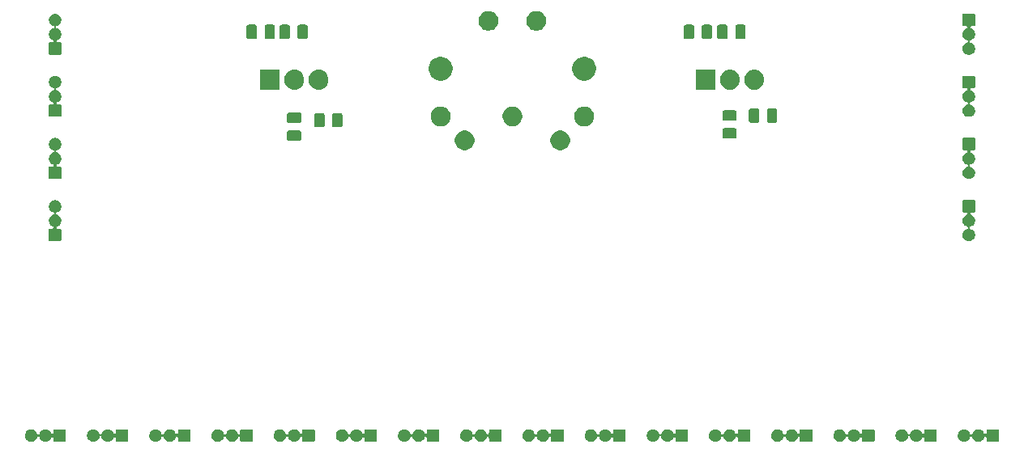
<source format=gts>
G04 #@! TF.GenerationSoftware,KiCad,Pcbnew,(5.1.6-0-10_14)*
G04 #@! TF.CreationDate,2020-08-03T23:57:47+09:00*
G04 #@! TF.ProjectId,teabiscuits_power,74656162-6973-4637-9569-74735f706f77,rev?*
G04 #@! TF.SameCoordinates,Original*
G04 #@! TF.FileFunction,Soldermask,Top*
G04 #@! TF.FilePolarity,Negative*
%FSLAX46Y46*%
G04 Gerber Fmt 4.6, Leading zero omitted, Abs format (unit mm)*
G04 Created by KiCad (PCBNEW (5.1.6-0-10_14)) date 2020-08-03 23:57:47*
%MOMM*%
%LPD*%
G01*
G04 APERTURE LIST*
%ADD10C,0.100000*%
G04 APERTURE END LIST*
D10*
G36*
X198439890Y-112124017D02*
G01*
X198533769Y-112162903D01*
X198558364Y-112173091D01*
X198664988Y-112244335D01*
X198755665Y-112335012D01*
X198826909Y-112441636D01*
X198875315Y-112558497D01*
X198875983Y-112560111D01*
X198877403Y-112567249D01*
X198884516Y-112590698D01*
X198896067Y-112612309D01*
X198911612Y-112631251D01*
X198930554Y-112646797D01*
X198952164Y-112658348D01*
X198975613Y-112665461D01*
X198999999Y-112667863D01*
X199024385Y-112665461D01*
X199047834Y-112658348D01*
X199069445Y-112646797D01*
X199088387Y-112631252D01*
X199103933Y-112612310D01*
X199115484Y-112590700D01*
X199122597Y-112567249D01*
X199124017Y-112560111D01*
X199124686Y-112558497D01*
X199173091Y-112441636D01*
X199244335Y-112335012D01*
X199335012Y-112244335D01*
X199441636Y-112173091D01*
X199466232Y-112162903D01*
X199560110Y-112124017D01*
X199685881Y-112099000D01*
X199814119Y-112099000D01*
X199939890Y-112124017D01*
X200033769Y-112162903D01*
X200058364Y-112173091D01*
X200111035Y-112208285D01*
X200164988Y-112244335D01*
X200255665Y-112335012D01*
X200326910Y-112441638D01*
X200358517Y-112517944D01*
X200370068Y-112539555D01*
X200385613Y-112558497D01*
X200404555Y-112574042D01*
X200426166Y-112585593D01*
X200449615Y-112592706D01*
X200474001Y-112595108D01*
X200498387Y-112592706D01*
X200521836Y-112585593D01*
X200543447Y-112574042D01*
X200562389Y-112558497D01*
X200577934Y-112539555D01*
X200589485Y-112517944D01*
X200596598Y-112494495D01*
X200599000Y-112470109D01*
X200599000Y-112208285D01*
X200601575Y-112182138D01*
X200607410Y-112162903D01*
X200616884Y-112145178D01*
X200629638Y-112129638D01*
X200645178Y-112116884D01*
X200662903Y-112107410D01*
X200682138Y-112101575D01*
X200708285Y-112099000D01*
X201791715Y-112099000D01*
X201817862Y-112101575D01*
X201837097Y-112107410D01*
X201854822Y-112116884D01*
X201870362Y-112129638D01*
X201883116Y-112145178D01*
X201892590Y-112162903D01*
X201898425Y-112182138D01*
X201901000Y-112208285D01*
X201901000Y-113291715D01*
X201898425Y-113317862D01*
X201892590Y-113337097D01*
X201883116Y-113354822D01*
X201870362Y-113370362D01*
X201854822Y-113383116D01*
X201837097Y-113392590D01*
X201817862Y-113398425D01*
X201791715Y-113401000D01*
X200708285Y-113401000D01*
X200682138Y-113398425D01*
X200662903Y-113392590D01*
X200645178Y-113383116D01*
X200629638Y-113370362D01*
X200616884Y-113354822D01*
X200607410Y-113337097D01*
X200601575Y-113317862D01*
X200599000Y-113291715D01*
X200599000Y-113029891D01*
X200596598Y-113005505D01*
X200589485Y-112982056D01*
X200577934Y-112960445D01*
X200562389Y-112941503D01*
X200543447Y-112925958D01*
X200521836Y-112914407D01*
X200498387Y-112907294D01*
X200474001Y-112904892D01*
X200449615Y-112907294D01*
X200426166Y-112914407D01*
X200404555Y-112925958D01*
X200385613Y-112941503D01*
X200370068Y-112960445D01*
X200358517Y-112982055D01*
X200326909Y-113058364D01*
X200255665Y-113164988D01*
X200164988Y-113255665D01*
X200058364Y-113326909D01*
X200058363Y-113326910D01*
X200058362Y-113326910D01*
X199939890Y-113375983D01*
X199814119Y-113401000D01*
X199685881Y-113401000D01*
X199560110Y-113375983D01*
X199441638Y-113326910D01*
X199441637Y-113326910D01*
X199441636Y-113326909D01*
X199335012Y-113255665D01*
X199244335Y-113164988D01*
X199173091Y-113058364D01*
X199124017Y-112939890D01*
X199122597Y-112932751D01*
X199115484Y-112909302D01*
X199103933Y-112887691D01*
X199088388Y-112868749D01*
X199069446Y-112853203D01*
X199047836Y-112841652D01*
X199024387Y-112834539D01*
X199000001Y-112832137D01*
X198975615Y-112834539D01*
X198952166Y-112841652D01*
X198930555Y-112853203D01*
X198911613Y-112868748D01*
X198896067Y-112887690D01*
X198884516Y-112909300D01*
X198877403Y-112932751D01*
X198875983Y-112939890D01*
X198826909Y-113058364D01*
X198755665Y-113164988D01*
X198664988Y-113255665D01*
X198558364Y-113326909D01*
X198558363Y-113326910D01*
X198558362Y-113326910D01*
X198439890Y-113375983D01*
X198314119Y-113401000D01*
X198185881Y-113401000D01*
X198060110Y-113375983D01*
X197941638Y-113326910D01*
X197941637Y-113326910D01*
X197941636Y-113326909D01*
X197835012Y-113255665D01*
X197744335Y-113164988D01*
X197673091Y-113058364D01*
X197624017Y-112939890D01*
X197613634Y-112887690D01*
X197599000Y-112814119D01*
X197599000Y-112685881D01*
X197624017Y-112560110D01*
X197673090Y-112441638D01*
X197744335Y-112335012D01*
X197835012Y-112244335D01*
X197888965Y-112208285D01*
X197941636Y-112173091D01*
X197966232Y-112162903D01*
X198060110Y-112124017D01*
X198185881Y-112099000D01*
X198314119Y-112099000D01*
X198439890Y-112124017D01*
G37*
G36*
X100939890Y-112124017D02*
G01*
X101033769Y-112162903D01*
X101058364Y-112173091D01*
X101164988Y-112244335D01*
X101255665Y-112335012D01*
X101326909Y-112441636D01*
X101375315Y-112558497D01*
X101375983Y-112560111D01*
X101377403Y-112567249D01*
X101384516Y-112590698D01*
X101396067Y-112612309D01*
X101411612Y-112631251D01*
X101430554Y-112646797D01*
X101452164Y-112658348D01*
X101475613Y-112665461D01*
X101499999Y-112667863D01*
X101524385Y-112665461D01*
X101547834Y-112658348D01*
X101569445Y-112646797D01*
X101588387Y-112631252D01*
X101603933Y-112612310D01*
X101615484Y-112590700D01*
X101622597Y-112567249D01*
X101624017Y-112560111D01*
X101624686Y-112558497D01*
X101673091Y-112441636D01*
X101744335Y-112335012D01*
X101835012Y-112244335D01*
X101941636Y-112173091D01*
X101966232Y-112162903D01*
X102060110Y-112124017D01*
X102185881Y-112099000D01*
X102314119Y-112099000D01*
X102439890Y-112124017D01*
X102533769Y-112162903D01*
X102558364Y-112173091D01*
X102611035Y-112208285D01*
X102664988Y-112244335D01*
X102755665Y-112335012D01*
X102826910Y-112441638D01*
X102858517Y-112517944D01*
X102870068Y-112539555D01*
X102885613Y-112558497D01*
X102904555Y-112574042D01*
X102926166Y-112585593D01*
X102949615Y-112592706D01*
X102974001Y-112595108D01*
X102998387Y-112592706D01*
X103021836Y-112585593D01*
X103043447Y-112574042D01*
X103062389Y-112558497D01*
X103077934Y-112539555D01*
X103089485Y-112517944D01*
X103096598Y-112494495D01*
X103099000Y-112470109D01*
X103099000Y-112208285D01*
X103101575Y-112182138D01*
X103107410Y-112162903D01*
X103116884Y-112145178D01*
X103129638Y-112129638D01*
X103145178Y-112116884D01*
X103162903Y-112107410D01*
X103182138Y-112101575D01*
X103208285Y-112099000D01*
X104291715Y-112099000D01*
X104317862Y-112101575D01*
X104337097Y-112107410D01*
X104354822Y-112116884D01*
X104370362Y-112129638D01*
X104383116Y-112145178D01*
X104392590Y-112162903D01*
X104398425Y-112182138D01*
X104401000Y-112208285D01*
X104401000Y-113291715D01*
X104398425Y-113317862D01*
X104392590Y-113337097D01*
X104383116Y-113354822D01*
X104370362Y-113370362D01*
X104354822Y-113383116D01*
X104337097Y-113392590D01*
X104317862Y-113398425D01*
X104291715Y-113401000D01*
X103208285Y-113401000D01*
X103182138Y-113398425D01*
X103162903Y-113392590D01*
X103145178Y-113383116D01*
X103129638Y-113370362D01*
X103116884Y-113354822D01*
X103107410Y-113337097D01*
X103101575Y-113317862D01*
X103099000Y-113291715D01*
X103099000Y-113029891D01*
X103096598Y-113005505D01*
X103089485Y-112982056D01*
X103077934Y-112960445D01*
X103062389Y-112941503D01*
X103043447Y-112925958D01*
X103021836Y-112914407D01*
X102998387Y-112907294D01*
X102974001Y-112904892D01*
X102949615Y-112907294D01*
X102926166Y-112914407D01*
X102904555Y-112925958D01*
X102885613Y-112941503D01*
X102870068Y-112960445D01*
X102858517Y-112982055D01*
X102826909Y-113058364D01*
X102755665Y-113164988D01*
X102664988Y-113255665D01*
X102558364Y-113326909D01*
X102558363Y-113326910D01*
X102558362Y-113326910D01*
X102439890Y-113375983D01*
X102314119Y-113401000D01*
X102185881Y-113401000D01*
X102060110Y-113375983D01*
X101941638Y-113326910D01*
X101941637Y-113326910D01*
X101941636Y-113326909D01*
X101835012Y-113255665D01*
X101744335Y-113164988D01*
X101673091Y-113058364D01*
X101624017Y-112939890D01*
X101622597Y-112932751D01*
X101615484Y-112909302D01*
X101603933Y-112887691D01*
X101588388Y-112868749D01*
X101569446Y-112853203D01*
X101547836Y-112841652D01*
X101524387Y-112834539D01*
X101500001Y-112832137D01*
X101475615Y-112834539D01*
X101452166Y-112841652D01*
X101430555Y-112853203D01*
X101411613Y-112868748D01*
X101396067Y-112887690D01*
X101384516Y-112909300D01*
X101377403Y-112932751D01*
X101375983Y-112939890D01*
X101326909Y-113058364D01*
X101255665Y-113164988D01*
X101164988Y-113255665D01*
X101058364Y-113326909D01*
X101058363Y-113326910D01*
X101058362Y-113326910D01*
X100939890Y-113375983D01*
X100814119Y-113401000D01*
X100685881Y-113401000D01*
X100560110Y-113375983D01*
X100441638Y-113326910D01*
X100441637Y-113326910D01*
X100441636Y-113326909D01*
X100335012Y-113255665D01*
X100244335Y-113164988D01*
X100173091Y-113058364D01*
X100124017Y-112939890D01*
X100113634Y-112887690D01*
X100099000Y-112814119D01*
X100099000Y-112685881D01*
X100124017Y-112560110D01*
X100173090Y-112441638D01*
X100244335Y-112335012D01*
X100335012Y-112244335D01*
X100388965Y-112208285D01*
X100441636Y-112173091D01*
X100466232Y-112162903D01*
X100560110Y-112124017D01*
X100685881Y-112099000D01*
X100814119Y-112099000D01*
X100939890Y-112124017D01*
G37*
G36*
X191939890Y-112124017D02*
G01*
X192033769Y-112162903D01*
X192058364Y-112173091D01*
X192164988Y-112244335D01*
X192255665Y-112335012D01*
X192326909Y-112441636D01*
X192375315Y-112558497D01*
X192375983Y-112560111D01*
X192377403Y-112567249D01*
X192384516Y-112590698D01*
X192396067Y-112612309D01*
X192411612Y-112631251D01*
X192430554Y-112646797D01*
X192452164Y-112658348D01*
X192475613Y-112665461D01*
X192499999Y-112667863D01*
X192524385Y-112665461D01*
X192547834Y-112658348D01*
X192569445Y-112646797D01*
X192588387Y-112631252D01*
X192603933Y-112612310D01*
X192615484Y-112590700D01*
X192622597Y-112567249D01*
X192624017Y-112560111D01*
X192624686Y-112558497D01*
X192673091Y-112441636D01*
X192744335Y-112335012D01*
X192835012Y-112244335D01*
X192941636Y-112173091D01*
X192966232Y-112162903D01*
X193060110Y-112124017D01*
X193185881Y-112099000D01*
X193314119Y-112099000D01*
X193439890Y-112124017D01*
X193533769Y-112162903D01*
X193558364Y-112173091D01*
X193611035Y-112208285D01*
X193664988Y-112244335D01*
X193755665Y-112335012D01*
X193826910Y-112441638D01*
X193858517Y-112517944D01*
X193870068Y-112539555D01*
X193885613Y-112558497D01*
X193904555Y-112574042D01*
X193926166Y-112585593D01*
X193949615Y-112592706D01*
X193974001Y-112595108D01*
X193998387Y-112592706D01*
X194021836Y-112585593D01*
X194043447Y-112574042D01*
X194062389Y-112558497D01*
X194077934Y-112539555D01*
X194089485Y-112517944D01*
X194096598Y-112494495D01*
X194099000Y-112470109D01*
X194099000Y-112208285D01*
X194101575Y-112182138D01*
X194107410Y-112162903D01*
X194116884Y-112145178D01*
X194129638Y-112129638D01*
X194145178Y-112116884D01*
X194162903Y-112107410D01*
X194182138Y-112101575D01*
X194208285Y-112099000D01*
X195291715Y-112099000D01*
X195317862Y-112101575D01*
X195337097Y-112107410D01*
X195354822Y-112116884D01*
X195370362Y-112129638D01*
X195383116Y-112145178D01*
X195392590Y-112162903D01*
X195398425Y-112182138D01*
X195401000Y-112208285D01*
X195401000Y-113291715D01*
X195398425Y-113317862D01*
X195392590Y-113337097D01*
X195383116Y-113354822D01*
X195370362Y-113370362D01*
X195354822Y-113383116D01*
X195337097Y-113392590D01*
X195317862Y-113398425D01*
X195291715Y-113401000D01*
X194208285Y-113401000D01*
X194182138Y-113398425D01*
X194162903Y-113392590D01*
X194145178Y-113383116D01*
X194129638Y-113370362D01*
X194116884Y-113354822D01*
X194107410Y-113337097D01*
X194101575Y-113317862D01*
X194099000Y-113291715D01*
X194099000Y-113029891D01*
X194096598Y-113005505D01*
X194089485Y-112982056D01*
X194077934Y-112960445D01*
X194062389Y-112941503D01*
X194043447Y-112925958D01*
X194021836Y-112914407D01*
X193998387Y-112907294D01*
X193974001Y-112904892D01*
X193949615Y-112907294D01*
X193926166Y-112914407D01*
X193904555Y-112925958D01*
X193885613Y-112941503D01*
X193870068Y-112960445D01*
X193858517Y-112982055D01*
X193826909Y-113058364D01*
X193755665Y-113164988D01*
X193664988Y-113255665D01*
X193558364Y-113326909D01*
X193558363Y-113326910D01*
X193558362Y-113326910D01*
X193439890Y-113375983D01*
X193314119Y-113401000D01*
X193185881Y-113401000D01*
X193060110Y-113375983D01*
X192941638Y-113326910D01*
X192941637Y-113326910D01*
X192941636Y-113326909D01*
X192835012Y-113255665D01*
X192744335Y-113164988D01*
X192673091Y-113058364D01*
X192624017Y-112939890D01*
X192622597Y-112932751D01*
X192615484Y-112909302D01*
X192603933Y-112887691D01*
X192588388Y-112868749D01*
X192569446Y-112853203D01*
X192547836Y-112841652D01*
X192524387Y-112834539D01*
X192500001Y-112832137D01*
X192475615Y-112834539D01*
X192452166Y-112841652D01*
X192430555Y-112853203D01*
X192411613Y-112868748D01*
X192396067Y-112887690D01*
X192384516Y-112909300D01*
X192377403Y-112932751D01*
X192375983Y-112939890D01*
X192326909Y-113058364D01*
X192255665Y-113164988D01*
X192164988Y-113255665D01*
X192058364Y-113326909D01*
X192058363Y-113326910D01*
X192058362Y-113326910D01*
X191939890Y-113375983D01*
X191814119Y-113401000D01*
X191685881Y-113401000D01*
X191560110Y-113375983D01*
X191441638Y-113326910D01*
X191441637Y-113326910D01*
X191441636Y-113326909D01*
X191335012Y-113255665D01*
X191244335Y-113164988D01*
X191173091Y-113058364D01*
X191124017Y-112939890D01*
X191113634Y-112887690D01*
X191099000Y-112814119D01*
X191099000Y-112685881D01*
X191124017Y-112560110D01*
X191173090Y-112441638D01*
X191244335Y-112335012D01*
X191335012Y-112244335D01*
X191388965Y-112208285D01*
X191441636Y-112173091D01*
X191466232Y-112162903D01*
X191560110Y-112124017D01*
X191685881Y-112099000D01*
X191814119Y-112099000D01*
X191939890Y-112124017D01*
G37*
G36*
X107439890Y-112124017D02*
G01*
X107533769Y-112162903D01*
X107558364Y-112173091D01*
X107664988Y-112244335D01*
X107755665Y-112335012D01*
X107826909Y-112441636D01*
X107875315Y-112558497D01*
X107875983Y-112560111D01*
X107877403Y-112567249D01*
X107884516Y-112590698D01*
X107896067Y-112612309D01*
X107911612Y-112631251D01*
X107930554Y-112646797D01*
X107952164Y-112658348D01*
X107975613Y-112665461D01*
X107999999Y-112667863D01*
X108024385Y-112665461D01*
X108047834Y-112658348D01*
X108069445Y-112646797D01*
X108088387Y-112631252D01*
X108103933Y-112612310D01*
X108115484Y-112590700D01*
X108122597Y-112567249D01*
X108124017Y-112560111D01*
X108124686Y-112558497D01*
X108173091Y-112441636D01*
X108244335Y-112335012D01*
X108335012Y-112244335D01*
X108441636Y-112173091D01*
X108466232Y-112162903D01*
X108560110Y-112124017D01*
X108685881Y-112099000D01*
X108814119Y-112099000D01*
X108939890Y-112124017D01*
X109033769Y-112162903D01*
X109058364Y-112173091D01*
X109111035Y-112208285D01*
X109164988Y-112244335D01*
X109255665Y-112335012D01*
X109326910Y-112441638D01*
X109358517Y-112517944D01*
X109370068Y-112539555D01*
X109385613Y-112558497D01*
X109404555Y-112574042D01*
X109426166Y-112585593D01*
X109449615Y-112592706D01*
X109474001Y-112595108D01*
X109498387Y-112592706D01*
X109521836Y-112585593D01*
X109543447Y-112574042D01*
X109562389Y-112558497D01*
X109577934Y-112539555D01*
X109589485Y-112517944D01*
X109596598Y-112494495D01*
X109599000Y-112470109D01*
X109599000Y-112208285D01*
X109601575Y-112182138D01*
X109607410Y-112162903D01*
X109616884Y-112145178D01*
X109629638Y-112129638D01*
X109645178Y-112116884D01*
X109662903Y-112107410D01*
X109682138Y-112101575D01*
X109708285Y-112099000D01*
X110791715Y-112099000D01*
X110817862Y-112101575D01*
X110837097Y-112107410D01*
X110854822Y-112116884D01*
X110870362Y-112129638D01*
X110883116Y-112145178D01*
X110892590Y-112162903D01*
X110898425Y-112182138D01*
X110901000Y-112208285D01*
X110901000Y-113291715D01*
X110898425Y-113317862D01*
X110892590Y-113337097D01*
X110883116Y-113354822D01*
X110870362Y-113370362D01*
X110854822Y-113383116D01*
X110837097Y-113392590D01*
X110817862Y-113398425D01*
X110791715Y-113401000D01*
X109708285Y-113401000D01*
X109682138Y-113398425D01*
X109662903Y-113392590D01*
X109645178Y-113383116D01*
X109629638Y-113370362D01*
X109616884Y-113354822D01*
X109607410Y-113337097D01*
X109601575Y-113317862D01*
X109599000Y-113291715D01*
X109599000Y-113029891D01*
X109596598Y-113005505D01*
X109589485Y-112982056D01*
X109577934Y-112960445D01*
X109562389Y-112941503D01*
X109543447Y-112925958D01*
X109521836Y-112914407D01*
X109498387Y-112907294D01*
X109474001Y-112904892D01*
X109449615Y-112907294D01*
X109426166Y-112914407D01*
X109404555Y-112925958D01*
X109385613Y-112941503D01*
X109370068Y-112960445D01*
X109358517Y-112982055D01*
X109326909Y-113058364D01*
X109255665Y-113164988D01*
X109164988Y-113255665D01*
X109058364Y-113326909D01*
X109058363Y-113326910D01*
X109058362Y-113326910D01*
X108939890Y-113375983D01*
X108814119Y-113401000D01*
X108685881Y-113401000D01*
X108560110Y-113375983D01*
X108441638Y-113326910D01*
X108441637Y-113326910D01*
X108441636Y-113326909D01*
X108335012Y-113255665D01*
X108244335Y-113164988D01*
X108173091Y-113058364D01*
X108124017Y-112939890D01*
X108122597Y-112932751D01*
X108115484Y-112909302D01*
X108103933Y-112887691D01*
X108088388Y-112868749D01*
X108069446Y-112853203D01*
X108047836Y-112841652D01*
X108024387Y-112834539D01*
X108000001Y-112832137D01*
X107975615Y-112834539D01*
X107952166Y-112841652D01*
X107930555Y-112853203D01*
X107911613Y-112868748D01*
X107896067Y-112887690D01*
X107884516Y-112909300D01*
X107877403Y-112932751D01*
X107875983Y-112939890D01*
X107826909Y-113058364D01*
X107755665Y-113164988D01*
X107664988Y-113255665D01*
X107558364Y-113326909D01*
X107558363Y-113326910D01*
X107558362Y-113326910D01*
X107439890Y-113375983D01*
X107314119Y-113401000D01*
X107185881Y-113401000D01*
X107060110Y-113375983D01*
X106941638Y-113326910D01*
X106941637Y-113326910D01*
X106941636Y-113326909D01*
X106835012Y-113255665D01*
X106744335Y-113164988D01*
X106673091Y-113058364D01*
X106624017Y-112939890D01*
X106613634Y-112887690D01*
X106599000Y-112814119D01*
X106599000Y-112685881D01*
X106624017Y-112560110D01*
X106673090Y-112441638D01*
X106744335Y-112335012D01*
X106835012Y-112244335D01*
X106888965Y-112208285D01*
X106941636Y-112173091D01*
X106966232Y-112162903D01*
X107060110Y-112124017D01*
X107185881Y-112099000D01*
X107314119Y-112099000D01*
X107439890Y-112124017D01*
G37*
G36*
X185439890Y-112124017D02*
G01*
X185533769Y-112162903D01*
X185558364Y-112173091D01*
X185664988Y-112244335D01*
X185755665Y-112335012D01*
X185826909Y-112441636D01*
X185875315Y-112558497D01*
X185875983Y-112560111D01*
X185877403Y-112567249D01*
X185884516Y-112590698D01*
X185896067Y-112612309D01*
X185911612Y-112631251D01*
X185930554Y-112646797D01*
X185952164Y-112658348D01*
X185975613Y-112665461D01*
X185999999Y-112667863D01*
X186024385Y-112665461D01*
X186047834Y-112658348D01*
X186069445Y-112646797D01*
X186088387Y-112631252D01*
X186103933Y-112612310D01*
X186115484Y-112590700D01*
X186122597Y-112567249D01*
X186124017Y-112560111D01*
X186124686Y-112558497D01*
X186173091Y-112441636D01*
X186244335Y-112335012D01*
X186335012Y-112244335D01*
X186441636Y-112173091D01*
X186466232Y-112162903D01*
X186560110Y-112124017D01*
X186685881Y-112099000D01*
X186814119Y-112099000D01*
X186939890Y-112124017D01*
X187033769Y-112162903D01*
X187058364Y-112173091D01*
X187111035Y-112208285D01*
X187164988Y-112244335D01*
X187255665Y-112335012D01*
X187326910Y-112441638D01*
X187358517Y-112517944D01*
X187370068Y-112539555D01*
X187385613Y-112558497D01*
X187404555Y-112574042D01*
X187426166Y-112585593D01*
X187449615Y-112592706D01*
X187474001Y-112595108D01*
X187498387Y-112592706D01*
X187521836Y-112585593D01*
X187543447Y-112574042D01*
X187562389Y-112558497D01*
X187577934Y-112539555D01*
X187589485Y-112517944D01*
X187596598Y-112494495D01*
X187599000Y-112470109D01*
X187599000Y-112208285D01*
X187601575Y-112182138D01*
X187607410Y-112162903D01*
X187616884Y-112145178D01*
X187629638Y-112129638D01*
X187645178Y-112116884D01*
X187662903Y-112107410D01*
X187682138Y-112101575D01*
X187708285Y-112099000D01*
X188791715Y-112099000D01*
X188817862Y-112101575D01*
X188837097Y-112107410D01*
X188854822Y-112116884D01*
X188870362Y-112129638D01*
X188883116Y-112145178D01*
X188892590Y-112162903D01*
X188898425Y-112182138D01*
X188901000Y-112208285D01*
X188901000Y-113291715D01*
X188898425Y-113317862D01*
X188892590Y-113337097D01*
X188883116Y-113354822D01*
X188870362Y-113370362D01*
X188854822Y-113383116D01*
X188837097Y-113392590D01*
X188817862Y-113398425D01*
X188791715Y-113401000D01*
X187708285Y-113401000D01*
X187682138Y-113398425D01*
X187662903Y-113392590D01*
X187645178Y-113383116D01*
X187629638Y-113370362D01*
X187616884Y-113354822D01*
X187607410Y-113337097D01*
X187601575Y-113317862D01*
X187599000Y-113291715D01*
X187599000Y-113029891D01*
X187596598Y-113005505D01*
X187589485Y-112982056D01*
X187577934Y-112960445D01*
X187562389Y-112941503D01*
X187543447Y-112925958D01*
X187521836Y-112914407D01*
X187498387Y-112907294D01*
X187474001Y-112904892D01*
X187449615Y-112907294D01*
X187426166Y-112914407D01*
X187404555Y-112925958D01*
X187385613Y-112941503D01*
X187370068Y-112960445D01*
X187358517Y-112982055D01*
X187326909Y-113058364D01*
X187255665Y-113164988D01*
X187164988Y-113255665D01*
X187058364Y-113326909D01*
X187058363Y-113326910D01*
X187058362Y-113326910D01*
X186939890Y-113375983D01*
X186814119Y-113401000D01*
X186685881Y-113401000D01*
X186560110Y-113375983D01*
X186441638Y-113326910D01*
X186441637Y-113326910D01*
X186441636Y-113326909D01*
X186335012Y-113255665D01*
X186244335Y-113164988D01*
X186173091Y-113058364D01*
X186124017Y-112939890D01*
X186122597Y-112932751D01*
X186115484Y-112909302D01*
X186103933Y-112887691D01*
X186088388Y-112868749D01*
X186069446Y-112853203D01*
X186047836Y-112841652D01*
X186024387Y-112834539D01*
X186000001Y-112832137D01*
X185975615Y-112834539D01*
X185952166Y-112841652D01*
X185930555Y-112853203D01*
X185911613Y-112868748D01*
X185896067Y-112887690D01*
X185884516Y-112909300D01*
X185877403Y-112932751D01*
X185875983Y-112939890D01*
X185826909Y-113058364D01*
X185755665Y-113164988D01*
X185664988Y-113255665D01*
X185558364Y-113326909D01*
X185558363Y-113326910D01*
X185558362Y-113326910D01*
X185439890Y-113375983D01*
X185314119Y-113401000D01*
X185185881Y-113401000D01*
X185060110Y-113375983D01*
X184941638Y-113326910D01*
X184941637Y-113326910D01*
X184941636Y-113326909D01*
X184835012Y-113255665D01*
X184744335Y-113164988D01*
X184673091Y-113058364D01*
X184624017Y-112939890D01*
X184613634Y-112887690D01*
X184599000Y-112814119D01*
X184599000Y-112685881D01*
X184624017Y-112560110D01*
X184673090Y-112441638D01*
X184744335Y-112335012D01*
X184835012Y-112244335D01*
X184888965Y-112208285D01*
X184941636Y-112173091D01*
X184966232Y-112162903D01*
X185060110Y-112124017D01*
X185185881Y-112099000D01*
X185314119Y-112099000D01*
X185439890Y-112124017D01*
G37*
G36*
X178939890Y-112124017D02*
G01*
X179033769Y-112162903D01*
X179058364Y-112173091D01*
X179164988Y-112244335D01*
X179255665Y-112335012D01*
X179326909Y-112441636D01*
X179375315Y-112558497D01*
X179375983Y-112560111D01*
X179377403Y-112567249D01*
X179384516Y-112590698D01*
X179396067Y-112612309D01*
X179411612Y-112631251D01*
X179430554Y-112646797D01*
X179452164Y-112658348D01*
X179475613Y-112665461D01*
X179499999Y-112667863D01*
X179524385Y-112665461D01*
X179547834Y-112658348D01*
X179569445Y-112646797D01*
X179588387Y-112631252D01*
X179603933Y-112612310D01*
X179615484Y-112590700D01*
X179622597Y-112567249D01*
X179624017Y-112560111D01*
X179624686Y-112558497D01*
X179673091Y-112441636D01*
X179744335Y-112335012D01*
X179835012Y-112244335D01*
X179941636Y-112173091D01*
X179966232Y-112162903D01*
X180060110Y-112124017D01*
X180185881Y-112099000D01*
X180314119Y-112099000D01*
X180439890Y-112124017D01*
X180533769Y-112162903D01*
X180558364Y-112173091D01*
X180611035Y-112208285D01*
X180664988Y-112244335D01*
X180755665Y-112335012D01*
X180826910Y-112441638D01*
X180858517Y-112517944D01*
X180870068Y-112539555D01*
X180885613Y-112558497D01*
X180904555Y-112574042D01*
X180926166Y-112585593D01*
X180949615Y-112592706D01*
X180974001Y-112595108D01*
X180998387Y-112592706D01*
X181021836Y-112585593D01*
X181043447Y-112574042D01*
X181062389Y-112558497D01*
X181077934Y-112539555D01*
X181089485Y-112517944D01*
X181096598Y-112494495D01*
X181099000Y-112470109D01*
X181099000Y-112208285D01*
X181101575Y-112182138D01*
X181107410Y-112162903D01*
X181116884Y-112145178D01*
X181129638Y-112129638D01*
X181145178Y-112116884D01*
X181162903Y-112107410D01*
X181182138Y-112101575D01*
X181208285Y-112099000D01*
X182291715Y-112099000D01*
X182317862Y-112101575D01*
X182337097Y-112107410D01*
X182354822Y-112116884D01*
X182370362Y-112129638D01*
X182383116Y-112145178D01*
X182392590Y-112162903D01*
X182398425Y-112182138D01*
X182401000Y-112208285D01*
X182401000Y-113291715D01*
X182398425Y-113317862D01*
X182392590Y-113337097D01*
X182383116Y-113354822D01*
X182370362Y-113370362D01*
X182354822Y-113383116D01*
X182337097Y-113392590D01*
X182317862Y-113398425D01*
X182291715Y-113401000D01*
X181208285Y-113401000D01*
X181182138Y-113398425D01*
X181162903Y-113392590D01*
X181145178Y-113383116D01*
X181129638Y-113370362D01*
X181116884Y-113354822D01*
X181107410Y-113337097D01*
X181101575Y-113317862D01*
X181099000Y-113291715D01*
X181099000Y-113029891D01*
X181096598Y-113005505D01*
X181089485Y-112982056D01*
X181077934Y-112960445D01*
X181062389Y-112941503D01*
X181043447Y-112925958D01*
X181021836Y-112914407D01*
X180998387Y-112907294D01*
X180974001Y-112904892D01*
X180949615Y-112907294D01*
X180926166Y-112914407D01*
X180904555Y-112925958D01*
X180885613Y-112941503D01*
X180870068Y-112960445D01*
X180858517Y-112982055D01*
X180826909Y-113058364D01*
X180755665Y-113164988D01*
X180664988Y-113255665D01*
X180558364Y-113326909D01*
X180558363Y-113326910D01*
X180558362Y-113326910D01*
X180439890Y-113375983D01*
X180314119Y-113401000D01*
X180185881Y-113401000D01*
X180060110Y-113375983D01*
X179941638Y-113326910D01*
X179941637Y-113326910D01*
X179941636Y-113326909D01*
X179835012Y-113255665D01*
X179744335Y-113164988D01*
X179673091Y-113058364D01*
X179624017Y-112939890D01*
X179622597Y-112932751D01*
X179615484Y-112909302D01*
X179603933Y-112887691D01*
X179588388Y-112868749D01*
X179569446Y-112853203D01*
X179547836Y-112841652D01*
X179524387Y-112834539D01*
X179500001Y-112832137D01*
X179475615Y-112834539D01*
X179452166Y-112841652D01*
X179430555Y-112853203D01*
X179411613Y-112868748D01*
X179396067Y-112887690D01*
X179384516Y-112909300D01*
X179377403Y-112932751D01*
X179375983Y-112939890D01*
X179326909Y-113058364D01*
X179255665Y-113164988D01*
X179164988Y-113255665D01*
X179058364Y-113326909D01*
X179058363Y-113326910D01*
X179058362Y-113326910D01*
X178939890Y-113375983D01*
X178814119Y-113401000D01*
X178685881Y-113401000D01*
X178560110Y-113375983D01*
X178441638Y-113326910D01*
X178441637Y-113326910D01*
X178441636Y-113326909D01*
X178335012Y-113255665D01*
X178244335Y-113164988D01*
X178173091Y-113058364D01*
X178124017Y-112939890D01*
X178113634Y-112887690D01*
X178099000Y-112814119D01*
X178099000Y-112685881D01*
X178124017Y-112560110D01*
X178173090Y-112441638D01*
X178244335Y-112335012D01*
X178335012Y-112244335D01*
X178388965Y-112208285D01*
X178441636Y-112173091D01*
X178466232Y-112162903D01*
X178560110Y-112124017D01*
X178685881Y-112099000D01*
X178814119Y-112099000D01*
X178939890Y-112124017D01*
G37*
G36*
X113939890Y-112124017D02*
G01*
X114033769Y-112162903D01*
X114058364Y-112173091D01*
X114164988Y-112244335D01*
X114255665Y-112335012D01*
X114326909Y-112441636D01*
X114375315Y-112558497D01*
X114375983Y-112560111D01*
X114377403Y-112567249D01*
X114384516Y-112590698D01*
X114396067Y-112612309D01*
X114411612Y-112631251D01*
X114430554Y-112646797D01*
X114452164Y-112658348D01*
X114475613Y-112665461D01*
X114499999Y-112667863D01*
X114524385Y-112665461D01*
X114547834Y-112658348D01*
X114569445Y-112646797D01*
X114588387Y-112631252D01*
X114603933Y-112612310D01*
X114615484Y-112590700D01*
X114622597Y-112567249D01*
X114624017Y-112560111D01*
X114624686Y-112558497D01*
X114673091Y-112441636D01*
X114744335Y-112335012D01*
X114835012Y-112244335D01*
X114941636Y-112173091D01*
X114966232Y-112162903D01*
X115060110Y-112124017D01*
X115185881Y-112099000D01*
X115314119Y-112099000D01*
X115439890Y-112124017D01*
X115533769Y-112162903D01*
X115558364Y-112173091D01*
X115611035Y-112208285D01*
X115664988Y-112244335D01*
X115755665Y-112335012D01*
X115826910Y-112441638D01*
X115858517Y-112517944D01*
X115870068Y-112539555D01*
X115885613Y-112558497D01*
X115904555Y-112574042D01*
X115926166Y-112585593D01*
X115949615Y-112592706D01*
X115974001Y-112595108D01*
X115998387Y-112592706D01*
X116021836Y-112585593D01*
X116043447Y-112574042D01*
X116062389Y-112558497D01*
X116077934Y-112539555D01*
X116089485Y-112517944D01*
X116096598Y-112494495D01*
X116099000Y-112470109D01*
X116099000Y-112208285D01*
X116101575Y-112182138D01*
X116107410Y-112162903D01*
X116116884Y-112145178D01*
X116129638Y-112129638D01*
X116145178Y-112116884D01*
X116162903Y-112107410D01*
X116182138Y-112101575D01*
X116208285Y-112099000D01*
X117291715Y-112099000D01*
X117317862Y-112101575D01*
X117337097Y-112107410D01*
X117354822Y-112116884D01*
X117370362Y-112129638D01*
X117383116Y-112145178D01*
X117392590Y-112162903D01*
X117398425Y-112182138D01*
X117401000Y-112208285D01*
X117401000Y-113291715D01*
X117398425Y-113317862D01*
X117392590Y-113337097D01*
X117383116Y-113354822D01*
X117370362Y-113370362D01*
X117354822Y-113383116D01*
X117337097Y-113392590D01*
X117317862Y-113398425D01*
X117291715Y-113401000D01*
X116208285Y-113401000D01*
X116182138Y-113398425D01*
X116162903Y-113392590D01*
X116145178Y-113383116D01*
X116129638Y-113370362D01*
X116116884Y-113354822D01*
X116107410Y-113337097D01*
X116101575Y-113317862D01*
X116099000Y-113291715D01*
X116099000Y-113029891D01*
X116096598Y-113005505D01*
X116089485Y-112982056D01*
X116077934Y-112960445D01*
X116062389Y-112941503D01*
X116043447Y-112925958D01*
X116021836Y-112914407D01*
X115998387Y-112907294D01*
X115974001Y-112904892D01*
X115949615Y-112907294D01*
X115926166Y-112914407D01*
X115904555Y-112925958D01*
X115885613Y-112941503D01*
X115870068Y-112960445D01*
X115858517Y-112982055D01*
X115826909Y-113058364D01*
X115755665Y-113164988D01*
X115664988Y-113255665D01*
X115558364Y-113326909D01*
X115558363Y-113326910D01*
X115558362Y-113326910D01*
X115439890Y-113375983D01*
X115314119Y-113401000D01*
X115185881Y-113401000D01*
X115060110Y-113375983D01*
X114941638Y-113326910D01*
X114941637Y-113326910D01*
X114941636Y-113326909D01*
X114835012Y-113255665D01*
X114744335Y-113164988D01*
X114673091Y-113058364D01*
X114624017Y-112939890D01*
X114622597Y-112932751D01*
X114615484Y-112909302D01*
X114603933Y-112887691D01*
X114588388Y-112868749D01*
X114569446Y-112853203D01*
X114547836Y-112841652D01*
X114524387Y-112834539D01*
X114500001Y-112832137D01*
X114475615Y-112834539D01*
X114452166Y-112841652D01*
X114430555Y-112853203D01*
X114411613Y-112868748D01*
X114396067Y-112887690D01*
X114384516Y-112909300D01*
X114377403Y-112932751D01*
X114375983Y-112939890D01*
X114326909Y-113058364D01*
X114255665Y-113164988D01*
X114164988Y-113255665D01*
X114058364Y-113326909D01*
X114058363Y-113326910D01*
X114058362Y-113326910D01*
X113939890Y-113375983D01*
X113814119Y-113401000D01*
X113685881Y-113401000D01*
X113560110Y-113375983D01*
X113441638Y-113326910D01*
X113441637Y-113326910D01*
X113441636Y-113326909D01*
X113335012Y-113255665D01*
X113244335Y-113164988D01*
X113173091Y-113058364D01*
X113124017Y-112939890D01*
X113113634Y-112887690D01*
X113099000Y-112814119D01*
X113099000Y-112685881D01*
X113124017Y-112560110D01*
X113173090Y-112441638D01*
X113244335Y-112335012D01*
X113335012Y-112244335D01*
X113388965Y-112208285D01*
X113441636Y-112173091D01*
X113466232Y-112162903D01*
X113560110Y-112124017D01*
X113685881Y-112099000D01*
X113814119Y-112099000D01*
X113939890Y-112124017D01*
G37*
G36*
X172439890Y-112124017D02*
G01*
X172533769Y-112162903D01*
X172558364Y-112173091D01*
X172664988Y-112244335D01*
X172755665Y-112335012D01*
X172826909Y-112441636D01*
X172875315Y-112558497D01*
X172875983Y-112560111D01*
X172877403Y-112567249D01*
X172884516Y-112590698D01*
X172896067Y-112612309D01*
X172911612Y-112631251D01*
X172930554Y-112646797D01*
X172952164Y-112658348D01*
X172975613Y-112665461D01*
X172999999Y-112667863D01*
X173024385Y-112665461D01*
X173047834Y-112658348D01*
X173069445Y-112646797D01*
X173088387Y-112631252D01*
X173103933Y-112612310D01*
X173115484Y-112590700D01*
X173122597Y-112567249D01*
X173124017Y-112560111D01*
X173124686Y-112558497D01*
X173173091Y-112441636D01*
X173244335Y-112335012D01*
X173335012Y-112244335D01*
X173441636Y-112173091D01*
X173466232Y-112162903D01*
X173560110Y-112124017D01*
X173685881Y-112099000D01*
X173814119Y-112099000D01*
X173939890Y-112124017D01*
X174033769Y-112162903D01*
X174058364Y-112173091D01*
X174111035Y-112208285D01*
X174164988Y-112244335D01*
X174255665Y-112335012D01*
X174326910Y-112441638D01*
X174358517Y-112517944D01*
X174370068Y-112539555D01*
X174385613Y-112558497D01*
X174404555Y-112574042D01*
X174426166Y-112585593D01*
X174449615Y-112592706D01*
X174474001Y-112595108D01*
X174498387Y-112592706D01*
X174521836Y-112585593D01*
X174543447Y-112574042D01*
X174562389Y-112558497D01*
X174577934Y-112539555D01*
X174589485Y-112517944D01*
X174596598Y-112494495D01*
X174599000Y-112470109D01*
X174599000Y-112208285D01*
X174601575Y-112182138D01*
X174607410Y-112162903D01*
X174616884Y-112145178D01*
X174629638Y-112129638D01*
X174645178Y-112116884D01*
X174662903Y-112107410D01*
X174682138Y-112101575D01*
X174708285Y-112099000D01*
X175791715Y-112099000D01*
X175817862Y-112101575D01*
X175837097Y-112107410D01*
X175854822Y-112116884D01*
X175870362Y-112129638D01*
X175883116Y-112145178D01*
X175892590Y-112162903D01*
X175898425Y-112182138D01*
X175901000Y-112208285D01*
X175901000Y-113291715D01*
X175898425Y-113317862D01*
X175892590Y-113337097D01*
X175883116Y-113354822D01*
X175870362Y-113370362D01*
X175854822Y-113383116D01*
X175837097Y-113392590D01*
X175817862Y-113398425D01*
X175791715Y-113401000D01*
X174708285Y-113401000D01*
X174682138Y-113398425D01*
X174662903Y-113392590D01*
X174645178Y-113383116D01*
X174629638Y-113370362D01*
X174616884Y-113354822D01*
X174607410Y-113337097D01*
X174601575Y-113317862D01*
X174599000Y-113291715D01*
X174599000Y-113029891D01*
X174596598Y-113005505D01*
X174589485Y-112982056D01*
X174577934Y-112960445D01*
X174562389Y-112941503D01*
X174543447Y-112925958D01*
X174521836Y-112914407D01*
X174498387Y-112907294D01*
X174474001Y-112904892D01*
X174449615Y-112907294D01*
X174426166Y-112914407D01*
X174404555Y-112925958D01*
X174385613Y-112941503D01*
X174370068Y-112960445D01*
X174358517Y-112982055D01*
X174326909Y-113058364D01*
X174255665Y-113164988D01*
X174164988Y-113255665D01*
X174058364Y-113326909D01*
X174058363Y-113326910D01*
X174058362Y-113326910D01*
X173939890Y-113375983D01*
X173814119Y-113401000D01*
X173685881Y-113401000D01*
X173560110Y-113375983D01*
X173441638Y-113326910D01*
X173441637Y-113326910D01*
X173441636Y-113326909D01*
X173335012Y-113255665D01*
X173244335Y-113164988D01*
X173173091Y-113058364D01*
X173124017Y-112939890D01*
X173122597Y-112932751D01*
X173115484Y-112909302D01*
X173103933Y-112887691D01*
X173088388Y-112868749D01*
X173069446Y-112853203D01*
X173047836Y-112841652D01*
X173024387Y-112834539D01*
X173000001Y-112832137D01*
X172975615Y-112834539D01*
X172952166Y-112841652D01*
X172930555Y-112853203D01*
X172911613Y-112868748D01*
X172896067Y-112887690D01*
X172884516Y-112909300D01*
X172877403Y-112932751D01*
X172875983Y-112939890D01*
X172826909Y-113058364D01*
X172755665Y-113164988D01*
X172664988Y-113255665D01*
X172558364Y-113326909D01*
X172558363Y-113326910D01*
X172558362Y-113326910D01*
X172439890Y-113375983D01*
X172314119Y-113401000D01*
X172185881Y-113401000D01*
X172060110Y-113375983D01*
X171941638Y-113326910D01*
X171941637Y-113326910D01*
X171941636Y-113326909D01*
X171835012Y-113255665D01*
X171744335Y-113164988D01*
X171673091Y-113058364D01*
X171624017Y-112939890D01*
X171613634Y-112887690D01*
X171599000Y-112814119D01*
X171599000Y-112685881D01*
X171624017Y-112560110D01*
X171673090Y-112441638D01*
X171744335Y-112335012D01*
X171835012Y-112244335D01*
X171888965Y-112208285D01*
X171941636Y-112173091D01*
X171966232Y-112162903D01*
X172060110Y-112124017D01*
X172185881Y-112099000D01*
X172314119Y-112099000D01*
X172439890Y-112124017D01*
G37*
G36*
X120439890Y-112124017D02*
G01*
X120533769Y-112162903D01*
X120558364Y-112173091D01*
X120664988Y-112244335D01*
X120755665Y-112335012D01*
X120826909Y-112441636D01*
X120875315Y-112558497D01*
X120875983Y-112560111D01*
X120877403Y-112567249D01*
X120884516Y-112590698D01*
X120896067Y-112612309D01*
X120911612Y-112631251D01*
X120930554Y-112646797D01*
X120952164Y-112658348D01*
X120975613Y-112665461D01*
X120999999Y-112667863D01*
X121024385Y-112665461D01*
X121047834Y-112658348D01*
X121069445Y-112646797D01*
X121088387Y-112631252D01*
X121103933Y-112612310D01*
X121115484Y-112590700D01*
X121122597Y-112567249D01*
X121124017Y-112560111D01*
X121124686Y-112558497D01*
X121173091Y-112441636D01*
X121244335Y-112335012D01*
X121335012Y-112244335D01*
X121441636Y-112173091D01*
X121466232Y-112162903D01*
X121560110Y-112124017D01*
X121685881Y-112099000D01*
X121814119Y-112099000D01*
X121939890Y-112124017D01*
X122033769Y-112162903D01*
X122058364Y-112173091D01*
X122111035Y-112208285D01*
X122164988Y-112244335D01*
X122255665Y-112335012D01*
X122326910Y-112441638D01*
X122358517Y-112517944D01*
X122370068Y-112539555D01*
X122385613Y-112558497D01*
X122404555Y-112574042D01*
X122426166Y-112585593D01*
X122449615Y-112592706D01*
X122474001Y-112595108D01*
X122498387Y-112592706D01*
X122521836Y-112585593D01*
X122543447Y-112574042D01*
X122562389Y-112558497D01*
X122577934Y-112539555D01*
X122589485Y-112517944D01*
X122596598Y-112494495D01*
X122599000Y-112470109D01*
X122599000Y-112208285D01*
X122601575Y-112182138D01*
X122607410Y-112162903D01*
X122616884Y-112145178D01*
X122629638Y-112129638D01*
X122645178Y-112116884D01*
X122662903Y-112107410D01*
X122682138Y-112101575D01*
X122708285Y-112099000D01*
X123791715Y-112099000D01*
X123817862Y-112101575D01*
X123837097Y-112107410D01*
X123854822Y-112116884D01*
X123870362Y-112129638D01*
X123883116Y-112145178D01*
X123892590Y-112162903D01*
X123898425Y-112182138D01*
X123901000Y-112208285D01*
X123901000Y-113291715D01*
X123898425Y-113317862D01*
X123892590Y-113337097D01*
X123883116Y-113354822D01*
X123870362Y-113370362D01*
X123854822Y-113383116D01*
X123837097Y-113392590D01*
X123817862Y-113398425D01*
X123791715Y-113401000D01*
X122708285Y-113401000D01*
X122682138Y-113398425D01*
X122662903Y-113392590D01*
X122645178Y-113383116D01*
X122629638Y-113370362D01*
X122616884Y-113354822D01*
X122607410Y-113337097D01*
X122601575Y-113317862D01*
X122599000Y-113291715D01*
X122599000Y-113029891D01*
X122596598Y-113005505D01*
X122589485Y-112982056D01*
X122577934Y-112960445D01*
X122562389Y-112941503D01*
X122543447Y-112925958D01*
X122521836Y-112914407D01*
X122498387Y-112907294D01*
X122474001Y-112904892D01*
X122449615Y-112907294D01*
X122426166Y-112914407D01*
X122404555Y-112925958D01*
X122385613Y-112941503D01*
X122370068Y-112960445D01*
X122358517Y-112982055D01*
X122326909Y-113058364D01*
X122255665Y-113164988D01*
X122164988Y-113255665D01*
X122058364Y-113326909D01*
X122058363Y-113326910D01*
X122058362Y-113326910D01*
X121939890Y-113375983D01*
X121814119Y-113401000D01*
X121685881Y-113401000D01*
X121560110Y-113375983D01*
X121441638Y-113326910D01*
X121441637Y-113326910D01*
X121441636Y-113326909D01*
X121335012Y-113255665D01*
X121244335Y-113164988D01*
X121173091Y-113058364D01*
X121124017Y-112939890D01*
X121122597Y-112932751D01*
X121115484Y-112909302D01*
X121103933Y-112887691D01*
X121088388Y-112868749D01*
X121069446Y-112853203D01*
X121047836Y-112841652D01*
X121024387Y-112834539D01*
X121000001Y-112832137D01*
X120975615Y-112834539D01*
X120952166Y-112841652D01*
X120930555Y-112853203D01*
X120911613Y-112868748D01*
X120896067Y-112887690D01*
X120884516Y-112909300D01*
X120877403Y-112932751D01*
X120875983Y-112939890D01*
X120826909Y-113058364D01*
X120755665Y-113164988D01*
X120664988Y-113255665D01*
X120558364Y-113326909D01*
X120558363Y-113326910D01*
X120558362Y-113326910D01*
X120439890Y-113375983D01*
X120314119Y-113401000D01*
X120185881Y-113401000D01*
X120060110Y-113375983D01*
X119941638Y-113326910D01*
X119941637Y-113326910D01*
X119941636Y-113326909D01*
X119835012Y-113255665D01*
X119744335Y-113164988D01*
X119673091Y-113058364D01*
X119624017Y-112939890D01*
X119613634Y-112887690D01*
X119599000Y-112814119D01*
X119599000Y-112685881D01*
X119624017Y-112560110D01*
X119673090Y-112441638D01*
X119744335Y-112335012D01*
X119835012Y-112244335D01*
X119888965Y-112208285D01*
X119941636Y-112173091D01*
X119966232Y-112162903D01*
X120060110Y-112124017D01*
X120185881Y-112099000D01*
X120314119Y-112099000D01*
X120439890Y-112124017D01*
G37*
G36*
X165939890Y-112124017D02*
G01*
X166033769Y-112162903D01*
X166058364Y-112173091D01*
X166164988Y-112244335D01*
X166255665Y-112335012D01*
X166326909Y-112441636D01*
X166375315Y-112558497D01*
X166375983Y-112560111D01*
X166377403Y-112567249D01*
X166384516Y-112590698D01*
X166396067Y-112612309D01*
X166411612Y-112631251D01*
X166430554Y-112646797D01*
X166452164Y-112658348D01*
X166475613Y-112665461D01*
X166499999Y-112667863D01*
X166524385Y-112665461D01*
X166547834Y-112658348D01*
X166569445Y-112646797D01*
X166588387Y-112631252D01*
X166603933Y-112612310D01*
X166615484Y-112590700D01*
X166622597Y-112567249D01*
X166624017Y-112560111D01*
X166624686Y-112558497D01*
X166673091Y-112441636D01*
X166744335Y-112335012D01*
X166835012Y-112244335D01*
X166941636Y-112173091D01*
X166966232Y-112162903D01*
X167060110Y-112124017D01*
X167185881Y-112099000D01*
X167314119Y-112099000D01*
X167439890Y-112124017D01*
X167533769Y-112162903D01*
X167558364Y-112173091D01*
X167611035Y-112208285D01*
X167664988Y-112244335D01*
X167755665Y-112335012D01*
X167826910Y-112441638D01*
X167858517Y-112517944D01*
X167870068Y-112539555D01*
X167885613Y-112558497D01*
X167904555Y-112574042D01*
X167926166Y-112585593D01*
X167949615Y-112592706D01*
X167974001Y-112595108D01*
X167998387Y-112592706D01*
X168021836Y-112585593D01*
X168043447Y-112574042D01*
X168062389Y-112558497D01*
X168077934Y-112539555D01*
X168089485Y-112517944D01*
X168096598Y-112494495D01*
X168099000Y-112470109D01*
X168099000Y-112208285D01*
X168101575Y-112182138D01*
X168107410Y-112162903D01*
X168116884Y-112145178D01*
X168129638Y-112129638D01*
X168145178Y-112116884D01*
X168162903Y-112107410D01*
X168182138Y-112101575D01*
X168208285Y-112099000D01*
X169291715Y-112099000D01*
X169317862Y-112101575D01*
X169337097Y-112107410D01*
X169354822Y-112116884D01*
X169370362Y-112129638D01*
X169383116Y-112145178D01*
X169392590Y-112162903D01*
X169398425Y-112182138D01*
X169401000Y-112208285D01*
X169401000Y-113291715D01*
X169398425Y-113317862D01*
X169392590Y-113337097D01*
X169383116Y-113354822D01*
X169370362Y-113370362D01*
X169354822Y-113383116D01*
X169337097Y-113392590D01*
X169317862Y-113398425D01*
X169291715Y-113401000D01*
X168208285Y-113401000D01*
X168182138Y-113398425D01*
X168162903Y-113392590D01*
X168145178Y-113383116D01*
X168129638Y-113370362D01*
X168116884Y-113354822D01*
X168107410Y-113337097D01*
X168101575Y-113317862D01*
X168099000Y-113291715D01*
X168099000Y-113029891D01*
X168096598Y-113005505D01*
X168089485Y-112982056D01*
X168077934Y-112960445D01*
X168062389Y-112941503D01*
X168043447Y-112925958D01*
X168021836Y-112914407D01*
X167998387Y-112907294D01*
X167974001Y-112904892D01*
X167949615Y-112907294D01*
X167926166Y-112914407D01*
X167904555Y-112925958D01*
X167885613Y-112941503D01*
X167870068Y-112960445D01*
X167858517Y-112982055D01*
X167826909Y-113058364D01*
X167755665Y-113164988D01*
X167664988Y-113255665D01*
X167558364Y-113326909D01*
X167558363Y-113326910D01*
X167558362Y-113326910D01*
X167439890Y-113375983D01*
X167314119Y-113401000D01*
X167185881Y-113401000D01*
X167060110Y-113375983D01*
X166941638Y-113326910D01*
X166941637Y-113326910D01*
X166941636Y-113326909D01*
X166835012Y-113255665D01*
X166744335Y-113164988D01*
X166673091Y-113058364D01*
X166624017Y-112939890D01*
X166622597Y-112932751D01*
X166615484Y-112909302D01*
X166603933Y-112887691D01*
X166588388Y-112868749D01*
X166569446Y-112853203D01*
X166547836Y-112841652D01*
X166524387Y-112834539D01*
X166500001Y-112832137D01*
X166475615Y-112834539D01*
X166452166Y-112841652D01*
X166430555Y-112853203D01*
X166411613Y-112868748D01*
X166396067Y-112887690D01*
X166384516Y-112909300D01*
X166377403Y-112932751D01*
X166375983Y-112939890D01*
X166326909Y-113058364D01*
X166255665Y-113164988D01*
X166164988Y-113255665D01*
X166058364Y-113326909D01*
X166058363Y-113326910D01*
X166058362Y-113326910D01*
X165939890Y-113375983D01*
X165814119Y-113401000D01*
X165685881Y-113401000D01*
X165560110Y-113375983D01*
X165441638Y-113326910D01*
X165441637Y-113326910D01*
X165441636Y-113326909D01*
X165335012Y-113255665D01*
X165244335Y-113164988D01*
X165173091Y-113058364D01*
X165124017Y-112939890D01*
X165113634Y-112887690D01*
X165099000Y-112814119D01*
X165099000Y-112685881D01*
X165124017Y-112560110D01*
X165173090Y-112441638D01*
X165244335Y-112335012D01*
X165335012Y-112244335D01*
X165388965Y-112208285D01*
X165441636Y-112173091D01*
X165466232Y-112162903D01*
X165560110Y-112124017D01*
X165685881Y-112099000D01*
X165814119Y-112099000D01*
X165939890Y-112124017D01*
G37*
G36*
X159439890Y-112124017D02*
G01*
X159533769Y-112162903D01*
X159558364Y-112173091D01*
X159664988Y-112244335D01*
X159755665Y-112335012D01*
X159826909Y-112441636D01*
X159875315Y-112558497D01*
X159875983Y-112560111D01*
X159877403Y-112567249D01*
X159884516Y-112590698D01*
X159896067Y-112612309D01*
X159911612Y-112631251D01*
X159930554Y-112646797D01*
X159952164Y-112658348D01*
X159975613Y-112665461D01*
X159999999Y-112667863D01*
X160024385Y-112665461D01*
X160047834Y-112658348D01*
X160069445Y-112646797D01*
X160088387Y-112631252D01*
X160103933Y-112612310D01*
X160115484Y-112590700D01*
X160122597Y-112567249D01*
X160124017Y-112560111D01*
X160124686Y-112558497D01*
X160173091Y-112441636D01*
X160244335Y-112335012D01*
X160335012Y-112244335D01*
X160441636Y-112173091D01*
X160466232Y-112162903D01*
X160560110Y-112124017D01*
X160685881Y-112099000D01*
X160814119Y-112099000D01*
X160939890Y-112124017D01*
X161033769Y-112162903D01*
X161058364Y-112173091D01*
X161111035Y-112208285D01*
X161164988Y-112244335D01*
X161255665Y-112335012D01*
X161326910Y-112441638D01*
X161358517Y-112517944D01*
X161370068Y-112539555D01*
X161385613Y-112558497D01*
X161404555Y-112574042D01*
X161426166Y-112585593D01*
X161449615Y-112592706D01*
X161474001Y-112595108D01*
X161498387Y-112592706D01*
X161521836Y-112585593D01*
X161543447Y-112574042D01*
X161562389Y-112558497D01*
X161577934Y-112539555D01*
X161589485Y-112517944D01*
X161596598Y-112494495D01*
X161599000Y-112470109D01*
X161599000Y-112208285D01*
X161601575Y-112182138D01*
X161607410Y-112162903D01*
X161616884Y-112145178D01*
X161629638Y-112129638D01*
X161645178Y-112116884D01*
X161662903Y-112107410D01*
X161682138Y-112101575D01*
X161708285Y-112099000D01*
X162791715Y-112099000D01*
X162817862Y-112101575D01*
X162837097Y-112107410D01*
X162854822Y-112116884D01*
X162870362Y-112129638D01*
X162883116Y-112145178D01*
X162892590Y-112162903D01*
X162898425Y-112182138D01*
X162901000Y-112208285D01*
X162901000Y-113291715D01*
X162898425Y-113317862D01*
X162892590Y-113337097D01*
X162883116Y-113354822D01*
X162870362Y-113370362D01*
X162854822Y-113383116D01*
X162837097Y-113392590D01*
X162817862Y-113398425D01*
X162791715Y-113401000D01*
X161708285Y-113401000D01*
X161682138Y-113398425D01*
X161662903Y-113392590D01*
X161645178Y-113383116D01*
X161629638Y-113370362D01*
X161616884Y-113354822D01*
X161607410Y-113337097D01*
X161601575Y-113317862D01*
X161599000Y-113291715D01*
X161599000Y-113029891D01*
X161596598Y-113005505D01*
X161589485Y-112982056D01*
X161577934Y-112960445D01*
X161562389Y-112941503D01*
X161543447Y-112925958D01*
X161521836Y-112914407D01*
X161498387Y-112907294D01*
X161474001Y-112904892D01*
X161449615Y-112907294D01*
X161426166Y-112914407D01*
X161404555Y-112925958D01*
X161385613Y-112941503D01*
X161370068Y-112960445D01*
X161358517Y-112982055D01*
X161326909Y-113058364D01*
X161255665Y-113164988D01*
X161164988Y-113255665D01*
X161058364Y-113326909D01*
X161058363Y-113326910D01*
X161058362Y-113326910D01*
X160939890Y-113375983D01*
X160814119Y-113401000D01*
X160685881Y-113401000D01*
X160560110Y-113375983D01*
X160441638Y-113326910D01*
X160441637Y-113326910D01*
X160441636Y-113326909D01*
X160335012Y-113255665D01*
X160244335Y-113164988D01*
X160173091Y-113058364D01*
X160124017Y-112939890D01*
X160122597Y-112932751D01*
X160115484Y-112909302D01*
X160103933Y-112887691D01*
X160088388Y-112868749D01*
X160069446Y-112853203D01*
X160047836Y-112841652D01*
X160024387Y-112834539D01*
X160000001Y-112832137D01*
X159975615Y-112834539D01*
X159952166Y-112841652D01*
X159930555Y-112853203D01*
X159911613Y-112868748D01*
X159896067Y-112887690D01*
X159884516Y-112909300D01*
X159877403Y-112932751D01*
X159875983Y-112939890D01*
X159826909Y-113058364D01*
X159755665Y-113164988D01*
X159664988Y-113255665D01*
X159558364Y-113326909D01*
X159558363Y-113326910D01*
X159558362Y-113326910D01*
X159439890Y-113375983D01*
X159314119Y-113401000D01*
X159185881Y-113401000D01*
X159060110Y-113375983D01*
X158941638Y-113326910D01*
X158941637Y-113326910D01*
X158941636Y-113326909D01*
X158835012Y-113255665D01*
X158744335Y-113164988D01*
X158673091Y-113058364D01*
X158624017Y-112939890D01*
X158613634Y-112887690D01*
X158599000Y-112814119D01*
X158599000Y-112685881D01*
X158624017Y-112560110D01*
X158673090Y-112441638D01*
X158744335Y-112335012D01*
X158835012Y-112244335D01*
X158888965Y-112208285D01*
X158941636Y-112173091D01*
X158966232Y-112162903D01*
X159060110Y-112124017D01*
X159185881Y-112099000D01*
X159314119Y-112099000D01*
X159439890Y-112124017D01*
G37*
G36*
X126939890Y-112124017D02*
G01*
X127033769Y-112162903D01*
X127058364Y-112173091D01*
X127164988Y-112244335D01*
X127255665Y-112335012D01*
X127326909Y-112441636D01*
X127375315Y-112558497D01*
X127375983Y-112560111D01*
X127377403Y-112567249D01*
X127384516Y-112590698D01*
X127396067Y-112612309D01*
X127411612Y-112631251D01*
X127430554Y-112646797D01*
X127452164Y-112658348D01*
X127475613Y-112665461D01*
X127499999Y-112667863D01*
X127524385Y-112665461D01*
X127547834Y-112658348D01*
X127569445Y-112646797D01*
X127588387Y-112631252D01*
X127603933Y-112612310D01*
X127615484Y-112590700D01*
X127622597Y-112567249D01*
X127624017Y-112560111D01*
X127624686Y-112558497D01*
X127673091Y-112441636D01*
X127744335Y-112335012D01*
X127835012Y-112244335D01*
X127941636Y-112173091D01*
X127966232Y-112162903D01*
X128060110Y-112124017D01*
X128185881Y-112099000D01*
X128314119Y-112099000D01*
X128439890Y-112124017D01*
X128533769Y-112162903D01*
X128558364Y-112173091D01*
X128611035Y-112208285D01*
X128664988Y-112244335D01*
X128755665Y-112335012D01*
X128826910Y-112441638D01*
X128858517Y-112517944D01*
X128870068Y-112539555D01*
X128885613Y-112558497D01*
X128904555Y-112574042D01*
X128926166Y-112585593D01*
X128949615Y-112592706D01*
X128974001Y-112595108D01*
X128998387Y-112592706D01*
X129021836Y-112585593D01*
X129043447Y-112574042D01*
X129062389Y-112558497D01*
X129077934Y-112539555D01*
X129089485Y-112517944D01*
X129096598Y-112494495D01*
X129099000Y-112470109D01*
X129099000Y-112208285D01*
X129101575Y-112182138D01*
X129107410Y-112162903D01*
X129116884Y-112145178D01*
X129129638Y-112129638D01*
X129145178Y-112116884D01*
X129162903Y-112107410D01*
X129182138Y-112101575D01*
X129208285Y-112099000D01*
X130291715Y-112099000D01*
X130317862Y-112101575D01*
X130337097Y-112107410D01*
X130354822Y-112116884D01*
X130370362Y-112129638D01*
X130383116Y-112145178D01*
X130392590Y-112162903D01*
X130398425Y-112182138D01*
X130401000Y-112208285D01*
X130401000Y-113291715D01*
X130398425Y-113317862D01*
X130392590Y-113337097D01*
X130383116Y-113354822D01*
X130370362Y-113370362D01*
X130354822Y-113383116D01*
X130337097Y-113392590D01*
X130317862Y-113398425D01*
X130291715Y-113401000D01*
X129208285Y-113401000D01*
X129182138Y-113398425D01*
X129162903Y-113392590D01*
X129145178Y-113383116D01*
X129129638Y-113370362D01*
X129116884Y-113354822D01*
X129107410Y-113337097D01*
X129101575Y-113317862D01*
X129099000Y-113291715D01*
X129099000Y-113029891D01*
X129096598Y-113005505D01*
X129089485Y-112982056D01*
X129077934Y-112960445D01*
X129062389Y-112941503D01*
X129043447Y-112925958D01*
X129021836Y-112914407D01*
X128998387Y-112907294D01*
X128974001Y-112904892D01*
X128949615Y-112907294D01*
X128926166Y-112914407D01*
X128904555Y-112925958D01*
X128885613Y-112941503D01*
X128870068Y-112960445D01*
X128858517Y-112982055D01*
X128826909Y-113058364D01*
X128755665Y-113164988D01*
X128664988Y-113255665D01*
X128558364Y-113326909D01*
X128558363Y-113326910D01*
X128558362Y-113326910D01*
X128439890Y-113375983D01*
X128314119Y-113401000D01*
X128185881Y-113401000D01*
X128060110Y-113375983D01*
X127941638Y-113326910D01*
X127941637Y-113326910D01*
X127941636Y-113326909D01*
X127835012Y-113255665D01*
X127744335Y-113164988D01*
X127673091Y-113058364D01*
X127624017Y-112939890D01*
X127622597Y-112932751D01*
X127615484Y-112909302D01*
X127603933Y-112887691D01*
X127588388Y-112868749D01*
X127569446Y-112853203D01*
X127547836Y-112841652D01*
X127524387Y-112834539D01*
X127500001Y-112832137D01*
X127475615Y-112834539D01*
X127452166Y-112841652D01*
X127430555Y-112853203D01*
X127411613Y-112868748D01*
X127396067Y-112887690D01*
X127384516Y-112909300D01*
X127377403Y-112932751D01*
X127375983Y-112939890D01*
X127326909Y-113058364D01*
X127255665Y-113164988D01*
X127164988Y-113255665D01*
X127058364Y-113326909D01*
X127058363Y-113326910D01*
X127058362Y-113326910D01*
X126939890Y-113375983D01*
X126814119Y-113401000D01*
X126685881Y-113401000D01*
X126560110Y-113375983D01*
X126441638Y-113326910D01*
X126441637Y-113326910D01*
X126441636Y-113326909D01*
X126335012Y-113255665D01*
X126244335Y-113164988D01*
X126173091Y-113058364D01*
X126124017Y-112939890D01*
X126113634Y-112887690D01*
X126099000Y-112814119D01*
X126099000Y-112685881D01*
X126124017Y-112560110D01*
X126173090Y-112441638D01*
X126244335Y-112335012D01*
X126335012Y-112244335D01*
X126388965Y-112208285D01*
X126441636Y-112173091D01*
X126466232Y-112162903D01*
X126560110Y-112124017D01*
X126685881Y-112099000D01*
X126814119Y-112099000D01*
X126939890Y-112124017D01*
G37*
G36*
X152939890Y-112124017D02*
G01*
X153033769Y-112162903D01*
X153058364Y-112173091D01*
X153164988Y-112244335D01*
X153255665Y-112335012D01*
X153326909Y-112441636D01*
X153375315Y-112558497D01*
X153375983Y-112560111D01*
X153377403Y-112567249D01*
X153384516Y-112590698D01*
X153396067Y-112612309D01*
X153411612Y-112631251D01*
X153430554Y-112646797D01*
X153452164Y-112658348D01*
X153475613Y-112665461D01*
X153499999Y-112667863D01*
X153524385Y-112665461D01*
X153547834Y-112658348D01*
X153569445Y-112646797D01*
X153588387Y-112631252D01*
X153603933Y-112612310D01*
X153615484Y-112590700D01*
X153622597Y-112567249D01*
X153624017Y-112560111D01*
X153624686Y-112558497D01*
X153673091Y-112441636D01*
X153744335Y-112335012D01*
X153835012Y-112244335D01*
X153941636Y-112173091D01*
X153966232Y-112162903D01*
X154060110Y-112124017D01*
X154185881Y-112099000D01*
X154314119Y-112099000D01*
X154439890Y-112124017D01*
X154533769Y-112162903D01*
X154558364Y-112173091D01*
X154611035Y-112208285D01*
X154664988Y-112244335D01*
X154755665Y-112335012D01*
X154826910Y-112441638D01*
X154858517Y-112517944D01*
X154870068Y-112539555D01*
X154885613Y-112558497D01*
X154904555Y-112574042D01*
X154926166Y-112585593D01*
X154949615Y-112592706D01*
X154974001Y-112595108D01*
X154998387Y-112592706D01*
X155021836Y-112585593D01*
X155043447Y-112574042D01*
X155062389Y-112558497D01*
X155077934Y-112539555D01*
X155089485Y-112517944D01*
X155096598Y-112494495D01*
X155099000Y-112470109D01*
X155099000Y-112208285D01*
X155101575Y-112182138D01*
X155107410Y-112162903D01*
X155116884Y-112145178D01*
X155129638Y-112129638D01*
X155145178Y-112116884D01*
X155162903Y-112107410D01*
X155182138Y-112101575D01*
X155208285Y-112099000D01*
X156291715Y-112099000D01*
X156317862Y-112101575D01*
X156337097Y-112107410D01*
X156354822Y-112116884D01*
X156370362Y-112129638D01*
X156383116Y-112145178D01*
X156392590Y-112162903D01*
X156398425Y-112182138D01*
X156401000Y-112208285D01*
X156401000Y-113291715D01*
X156398425Y-113317862D01*
X156392590Y-113337097D01*
X156383116Y-113354822D01*
X156370362Y-113370362D01*
X156354822Y-113383116D01*
X156337097Y-113392590D01*
X156317862Y-113398425D01*
X156291715Y-113401000D01*
X155208285Y-113401000D01*
X155182138Y-113398425D01*
X155162903Y-113392590D01*
X155145178Y-113383116D01*
X155129638Y-113370362D01*
X155116884Y-113354822D01*
X155107410Y-113337097D01*
X155101575Y-113317862D01*
X155099000Y-113291715D01*
X155099000Y-113029891D01*
X155096598Y-113005505D01*
X155089485Y-112982056D01*
X155077934Y-112960445D01*
X155062389Y-112941503D01*
X155043447Y-112925958D01*
X155021836Y-112914407D01*
X154998387Y-112907294D01*
X154974001Y-112904892D01*
X154949615Y-112907294D01*
X154926166Y-112914407D01*
X154904555Y-112925958D01*
X154885613Y-112941503D01*
X154870068Y-112960445D01*
X154858517Y-112982055D01*
X154826909Y-113058364D01*
X154755665Y-113164988D01*
X154664988Y-113255665D01*
X154558364Y-113326909D01*
X154558363Y-113326910D01*
X154558362Y-113326910D01*
X154439890Y-113375983D01*
X154314119Y-113401000D01*
X154185881Y-113401000D01*
X154060110Y-113375983D01*
X153941638Y-113326910D01*
X153941637Y-113326910D01*
X153941636Y-113326909D01*
X153835012Y-113255665D01*
X153744335Y-113164988D01*
X153673091Y-113058364D01*
X153624017Y-112939890D01*
X153622597Y-112932751D01*
X153615484Y-112909302D01*
X153603933Y-112887691D01*
X153588388Y-112868749D01*
X153569446Y-112853203D01*
X153547836Y-112841652D01*
X153524387Y-112834539D01*
X153500001Y-112832137D01*
X153475615Y-112834539D01*
X153452166Y-112841652D01*
X153430555Y-112853203D01*
X153411613Y-112868748D01*
X153396067Y-112887690D01*
X153384516Y-112909300D01*
X153377403Y-112932751D01*
X153375983Y-112939890D01*
X153326909Y-113058364D01*
X153255665Y-113164988D01*
X153164988Y-113255665D01*
X153058364Y-113326909D01*
X153058363Y-113326910D01*
X153058362Y-113326910D01*
X152939890Y-113375983D01*
X152814119Y-113401000D01*
X152685881Y-113401000D01*
X152560110Y-113375983D01*
X152441638Y-113326910D01*
X152441637Y-113326910D01*
X152441636Y-113326909D01*
X152335012Y-113255665D01*
X152244335Y-113164988D01*
X152173091Y-113058364D01*
X152124017Y-112939890D01*
X152113634Y-112887690D01*
X152099000Y-112814119D01*
X152099000Y-112685881D01*
X152124017Y-112560110D01*
X152173090Y-112441638D01*
X152244335Y-112335012D01*
X152335012Y-112244335D01*
X152388965Y-112208285D01*
X152441636Y-112173091D01*
X152466232Y-112162903D01*
X152560110Y-112124017D01*
X152685881Y-112099000D01*
X152814119Y-112099000D01*
X152939890Y-112124017D01*
G37*
G36*
X133439890Y-112124017D02*
G01*
X133533769Y-112162903D01*
X133558364Y-112173091D01*
X133664988Y-112244335D01*
X133755665Y-112335012D01*
X133826909Y-112441636D01*
X133875315Y-112558497D01*
X133875983Y-112560111D01*
X133877403Y-112567249D01*
X133884516Y-112590698D01*
X133896067Y-112612309D01*
X133911612Y-112631251D01*
X133930554Y-112646797D01*
X133952164Y-112658348D01*
X133975613Y-112665461D01*
X133999999Y-112667863D01*
X134024385Y-112665461D01*
X134047834Y-112658348D01*
X134069445Y-112646797D01*
X134088387Y-112631252D01*
X134103933Y-112612310D01*
X134115484Y-112590700D01*
X134122597Y-112567249D01*
X134124017Y-112560111D01*
X134124686Y-112558497D01*
X134173091Y-112441636D01*
X134244335Y-112335012D01*
X134335012Y-112244335D01*
X134441636Y-112173091D01*
X134466232Y-112162903D01*
X134560110Y-112124017D01*
X134685881Y-112099000D01*
X134814119Y-112099000D01*
X134939890Y-112124017D01*
X135033769Y-112162903D01*
X135058364Y-112173091D01*
X135111035Y-112208285D01*
X135164988Y-112244335D01*
X135255665Y-112335012D01*
X135326910Y-112441638D01*
X135358517Y-112517944D01*
X135370068Y-112539555D01*
X135385613Y-112558497D01*
X135404555Y-112574042D01*
X135426166Y-112585593D01*
X135449615Y-112592706D01*
X135474001Y-112595108D01*
X135498387Y-112592706D01*
X135521836Y-112585593D01*
X135543447Y-112574042D01*
X135562389Y-112558497D01*
X135577934Y-112539555D01*
X135589485Y-112517944D01*
X135596598Y-112494495D01*
X135599000Y-112470109D01*
X135599000Y-112208285D01*
X135601575Y-112182138D01*
X135607410Y-112162903D01*
X135616884Y-112145178D01*
X135629638Y-112129638D01*
X135645178Y-112116884D01*
X135662903Y-112107410D01*
X135682138Y-112101575D01*
X135708285Y-112099000D01*
X136791715Y-112099000D01*
X136817862Y-112101575D01*
X136837097Y-112107410D01*
X136854822Y-112116884D01*
X136870362Y-112129638D01*
X136883116Y-112145178D01*
X136892590Y-112162903D01*
X136898425Y-112182138D01*
X136901000Y-112208285D01*
X136901000Y-113291715D01*
X136898425Y-113317862D01*
X136892590Y-113337097D01*
X136883116Y-113354822D01*
X136870362Y-113370362D01*
X136854822Y-113383116D01*
X136837097Y-113392590D01*
X136817862Y-113398425D01*
X136791715Y-113401000D01*
X135708285Y-113401000D01*
X135682138Y-113398425D01*
X135662903Y-113392590D01*
X135645178Y-113383116D01*
X135629638Y-113370362D01*
X135616884Y-113354822D01*
X135607410Y-113337097D01*
X135601575Y-113317862D01*
X135599000Y-113291715D01*
X135599000Y-113029891D01*
X135596598Y-113005505D01*
X135589485Y-112982056D01*
X135577934Y-112960445D01*
X135562389Y-112941503D01*
X135543447Y-112925958D01*
X135521836Y-112914407D01*
X135498387Y-112907294D01*
X135474001Y-112904892D01*
X135449615Y-112907294D01*
X135426166Y-112914407D01*
X135404555Y-112925958D01*
X135385613Y-112941503D01*
X135370068Y-112960445D01*
X135358517Y-112982055D01*
X135326909Y-113058364D01*
X135255665Y-113164988D01*
X135164988Y-113255665D01*
X135058364Y-113326909D01*
X135058363Y-113326910D01*
X135058362Y-113326910D01*
X134939890Y-113375983D01*
X134814119Y-113401000D01*
X134685881Y-113401000D01*
X134560110Y-113375983D01*
X134441638Y-113326910D01*
X134441637Y-113326910D01*
X134441636Y-113326909D01*
X134335012Y-113255665D01*
X134244335Y-113164988D01*
X134173091Y-113058364D01*
X134124017Y-112939890D01*
X134122597Y-112932751D01*
X134115484Y-112909302D01*
X134103933Y-112887691D01*
X134088388Y-112868749D01*
X134069446Y-112853203D01*
X134047836Y-112841652D01*
X134024387Y-112834539D01*
X134000001Y-112832137D01*
X133975615Y-112834539D01*
X133952166Y-112841652D01*
X133930555Y-112853203D01*
X133911613Y-112868748D01*
X133896067Y-112887690D01*
X133884516Y-112909300D01*
X133877403Y-112932751D01*
X133875983Y-112939890D01*
X133826909Y-113058364D01*
X133755665Y-113164988D01*
X133664988Y-113255665D01*
X133558364Y-113326909D01*
X133558363Y-113326910D01*
X133558362Y-113326910D01*
X133439890Y-113375983D01*
X133314119Y-113401000D01*
X133185881Y-113401000D01*
X133060110Y-113375983D01*
X132941638Y-113326910D01*
X132941637Y-113326910D01*
X132941636Y-113326909D01*
X132835012Y-113255665D01*
X132744335Y-113164988D01*
X132673091Y-113058364D01*
X132624017Y-112939890D01*
X132613634Y-112887690D01*
X132599000Y-112814119D01*
X132599000Y-112685881D01*
X132624017Y-112560110D01*
X132673090Y-112441638D01*
X132744335Y-112335012D01*
X132835012Y-112244335D01*
X132888965Y-112208285D01*
X132941636Y-112173091D01*
X132966232Y-112162903D01*
X133060110Y-112124017D01*
X133185881Y-112099000D01*
X133314119Y-112099000D01*
X133439890Y-112124017D01*
G37*
G36*
X146439890Y-112124017D02*
G01*
X146533769Y-112162903D01*
X146558364Y-112173091D01*
X146664988Y-112244335D01*
X146755665Y-112335012D01*
X146826909Y-112441636D01*
X146875315Y-112558497D01*
X146875983Y-112560111D01*
X146877403Y-112567249D01*
X146884516Y-112590698D01*
X146896067Y-112612309D01*
X146911612Y-112631251D01*
X146930554Y-112646797D01*
X146952164Y-112658348D01*
X146975613Y-112665461D01*
X146999999Y-112667863D01*
X147024385Y-112665461D01*
X147047834Y-112658348D01*
X147069445Y-112646797D01*
X147088387Y-112631252D01*
X147103933Y-112612310D01*
X147115484Y-112590700D01*
X147122597Y-112567249D01*
X147124017Y-112560111D01*
X147124686Y-112558497D01*
X147173091Y-112441636D01*
X147244335Y-112335012D01*
X147335012Y-112244335D01*
X147441636Y-112173091D01*
X147466232Y-112162903D01*
X147560110Y-112124017D01*
X147685881Y-112099000D01*
X147814119Y-112099000D01*
X147939890Y-112124017D01*
X148033769Y-112162903D01*
X148058364Y-112173091D01*
X148111035Y-112208285D01*
X148164988Y-112244335D01*
X148255665Y-112335012D01*
X148326910Y-112441638D01*
X148358517Y-112517944D01*
X148370068Y-112539555D01*
X148385613Y-112558497D01*
X148404555Y-112574042D01*
X148426166Y-112585593D01*
X148449615Y-112592706D01*
X148474001Y-112595108D01*
X148498387Y-112592706D01*
X148521836Y-112585593D01*
X148543447Y-112574042D01*
X148562389Y-112558497D01*
X148577934Y-112539555D01*
X148589485Y-112517944D01*
X148596598Y-112494495D01*
X148599000Y-112470109D01*
X148599000Y-112208285D01*
X148601575Y-112182138D01*
X148607410Y-112162903D01*
X148616884Y-112145178D01*
X148629638Y-112129638D01*
X148645178Y-112116884D01*
X148662903Y-112107410D01*
X148682138Y-112101575D01*
X148708285Y-112099000D01*
X149791715Y-112099000D01*
X149817862Y-112101575D01*
X149837097Y-112107410D01*
X149854822Y-112116884D01*
X149870362Y-112129638D01*
X149883116Y-112145178D01*
X149892590Y-112162903D01*
X149898425Y-112182138D01*
X149901000Y-112208285D01*
X149901000Y-113291715D01*
X149898425Y-113317862D01*
X149892590Y-113337097D01*
X149883116Y-113354822D01*
X149870362Y-113370362D01*
X149854822Y-113383116D01*
X149837097Y-113392590D01*
X149817862Y-113398425D01*
X149791715Y-113401000D01*
X148708285Y-113401000D01*
X148682138Y-113398425D01*
X148662903Y-113392590D01*
X148645178Y-113383116D01*
X148629638Y-113370362D01*
X148616884Y-113354822D01*
X148607410Y-113337097D01*
X148601575Y-113317862D01*
X148599000Y-113291715D01*
X148599000Y-113029891D01*
X148596598Y-113005505D01*
X148589485Y-112982056D01*
X148577934Y-112960445D01*
X148562389Y-112941503D01*
X148543447Y-112925958D01*
X148521836Y-112914407D01*
X148498387Y-112907294D01*
X148474001Y-112904892D01*
X148449615Y-112907294D01*
X148426166Y-112914407D01*
X148404555Y-112925958D01*
X148385613Y-112941503D01*
X148370068Y-112960445D01*
X148358517Y-112982055D01*
X148326909Y-113058364D01*
X148255665Y-113164988D01*
X148164988Y-113255665D01*
X148058364Y-113326909D01*
X148058363Y-113326910D01*
X148058362Y-113326910D01*
X147939890Y-113375983D01*
X147814119Y-113401000D01*
X147685881Y-113401000D01*
X147560110Y-113375983D01*
X147441638Y-113326910D01*
X147441637Y-113326910D01*
X147441636Y-113326909D01*
X147335012Y-113255665D01*
X147244335Y-113164988D01*
X147173091Y-113058364D01*
X147124017Y-112939890D01*
X147122597Y-112932751D01*
X147115484Y-112909302D01*
X147103933Y-112887691D01*
X147088388Y-112868749D01*
X147069446Y-112853203D01*
X147047836Y-112841652D01*
X147024387Y-112834539D01*
X147000001Y-112832137D01*
X146975615Y-112834539D01*
X146952166Y-112841652D01*
X146930555Y-112853203D01*
X146911613Y-112868748D01*
X146896067Y-112887690D01*
X146884516Y-112909300D01*
X146877403Y-112932751D01*
X146875983Y-112939890D01*
X146826909Y-113058364D01*
X146755665Y-113164988D01*
X146664988Y-113255665D01*
X146558364Y-113326909D01*
X146558363Y-113326910D01*
X146558362Y-113326910D01*
X146439890Y-113375983D01*
X146314119Y-113401000D01*
X146185881Y-113401000D01*
X146060110Y-113375983D01*
X145941638Y-113326910D01*
X145941637Y-113326910D01*
X145941636Y-113326909D01*
X145835012Y-113255665D01*
X145744335Y-113164988D01*
X145673091Y-113058364D01*
X145624017Y-112939890D01*
X145613634Y-112887690D01*
X145599000Y-112814119D01*
X145599000Y-112685881D01*
X145624017Y-112560110D01*
X145673090Y-112441638D01*
X145744335Y-112335012D01*
X145835012Y-112244335D01*
X145888965Y-112208285D01*
X145941636Y-112173091D01*
X145966232Y-112162903D01*
X146060110Y-112124017D01*
X146185881Y-112099000D01*
X146314119Y-112099000D01*
X146439890Y-112124017D01*
G37*
G36*
X139939890Y-112124017D02*
G01*
X140033769Y-112162903D01*
X140058364Y-112173091D01*
X140164988Y-112244335D01*
X140255665Y-112335012D01*
X140326909Y-112441636D01*
X140375315Y-112558497D01*
X140375983Y-112560111D01*
X140377403Y-112567249D01*
X140384516Y-112590698D01*
X140396067Y-112612309D01*
X140411612Y-112631251D01*
X140430554Y-112646797D01*
X140452164Y-112658348D01*
X140475613Y-112665461D01*
X140499999Y-112667863D01*
X140524385Y-112665461D01*
X140547834Y-112658348D01*
X140569445Y-112646797D01*
X140588387Y-112631252D01*
X140603933Y-112612310D01*
X140615484Y-112590700D01*
X140622597Y-112567249D01*
X140624017Y-112560111D01*
X140624686Y-112558497D01*
X140673091Y-112441636D01*
X140744335Y-112335012D01*
X140835012Y-112244335D01*
X140941636Y-112173091D01*
X140966232Y-112162903D01*
X141060110Y-112124017D01*
X141185881Y-112099000D01*
X141314119Y-112099000D01*
X141439890Y-112124017D01*
X141533769Y-112162903D01*
X141558364Y-112173091D01*
X141611035Y-112208285D01*
X141664988Y-112244335D01*
X141755665Y-112335012D01*
X141826910Y-112441638D01*
X141858517Y-112517944D01*
X141870068Y-112539555D01*
X141885613Y-112558497D01*
X141904555Y-112574042D01*
X141926166Y-112585593D01*
X141949615Y-112592706D01*
X141974001Y-112595108D01*
X141998387Y-112592706D01*
X142021836Y-112585593D01*
X142043447Y-112574042D01*
X142062389Y-112558497D01*
X142077934Y-112539555D01*
X142089485Y-112517944D01*
X142096598Y-112494495D01*
X142099000Y-112470109D01*
X142099000Y-112208285D01*
X142101575Y-112182138D01*
X142107410Y-112162903D01*
X142116884Y-112145178D01*
X142129638Y-112129638D01*
X142145178Y-112116884D01*
X142162903Y-112107410D01*
X142182138Y-112101575D01*
X142208285Y-112099000D01*
X143291715Y-112099000D01*
X143317862Y-112101575D01*
X143337097Y-112107410D01*
X143354822Y-112116884D01*
X143370362Y-112129638D01*
X143383116Y-112145178D01*
X143392590Y-112162903D01*
X143398425Y-112182138D01*
X143401000Y-112208285D01*
X143401000Y-113291715D01*
X143398425Y-113317862D01*
X143392590Y-113337097D01*
X143383116Y-113354822D01*
X143370362Y-113370362D01*
X143354822Y-113383116D01*
X143337097Y-113392590D01*
X143317862Y-113398425D01*
X143291715Y-113401000D01*
X142208285Y-113401000D01*
X142182138Y-113398425D01*
X142162903Y-113392590D01*
X142145178Y-113383116D01*
X142129638Y-113370362D01*
X142116884Y-113354822D01*
X142107410Y-113337097D01*
X142101575Y-113317862D01*
X142099000Y-113291715D01*
X142099000Y-113029891D01*
X142096598Y-113005505D01*
X142089485Y-112982056D01*
X142077934Y-112960445D01*
X142062389Y-112941503D01*
X142043447Y-112925958D01*
X142021836Y-112914407D01*
X141998387Y-112907294D01*
X141974001Y-112904892D01*
X141949615Y-112907294D01*
X141926166Y-112914407D01*
X141904555Y-112925958D01*
X141885613Y-112941503D01*
X141870068Y-112960445D01*
X141858517Y-112982055D01*
X141826909Y-113058364D01*
X141755665Y-113164988D01*
X141664988Y-113255665D01*
X141558364Y-113326909D01*
X141558363Y-113326910D01*
X141558362Y-113326910D01*
X141439890Y-113375983D01*
X141314119Y-113401000D01*
X141185881Y-113401000D01*
X141060110Y-113375983D01*
X140941638Y-113326910D01*
X140941637Y-113326910D01*
X140941636Y-113326909D01*
X140835012Y-113255665D01*
X140744335Y-113164988D01*
X140673091Y-113058364D01*
X140624017Y-112939890D01*
X140622597Y-112932751D01*
X140615484Y-112909302D01*
X140603933Y-112887691D01*
X140588388Y-112868749D01*
X140569446Y-112853203D01*
X140547836Y-112841652D01*
X140524387Y-112834539D01*
X140500001Y-112832137D01*
X140475615Y-112834539D01*
X140452166Y-112841652D01*
X140430555Y-112853203D01*
X140411613Y-112868748D01*
X140396067Y-112887690D01*
X140384516Y-112909300D01*
X140377403Y-112932751D01*
X140375983Y-112939890D01*
X140326909Y-113058364D01*
X140255665Y-113164988D01*
X140164988Y-113255665D01*
X140058364Y-113326909D01*
X140058363Y-113326910D01*
X140058362Y-113326910D01*
X139939890Y-113375983D01*
X139814119Y-113401000D01*
X139685881Y-113401000D01*
X139560110Y-113375983D01*
X139441638Y-113326910D01*
X139441637Y-113326910D01*
X139441636Y-113326909D01*
X139335012Y-113255665D01*
X139244335Y-113164988D01*
X139173091Y-113058364D01*
X139124017Y-112939890D01*
X139113634Y-112887690D01*
X139099000Y-112814119D01*
X139099000Y-112685881D01*
X139124017Y-112560110D01*
X139173090Y-112441638D01*
X139244335Y-112335012D01*
X139335012Y-112244335D01*
X139388965Y-112208285D01*
X139441636Y-112173091D01*
X139466232Y-112162903D01*
X139560110Y-112124017D01*
X139685881Y-112099000D01*
X139814119Y-112099000D01*
X139939890Y-112124017D01*
G37*
G36*
X199317862Y-88101575D02*
G01*
X199337097Y-88107410D01*
X199354822Y-88116884D01*
X199370362Y-88129638D01*
X199383116Y-88145178D01*
X199392590Y-88162903D01*
X199398425Y-88182138D01*
X199401000Y-88208285D01*
X199401000Y-89291715D01*
X199398425Y-89317862D01*
X199392590Y-89337097D01*
X199383116Y-89354822D01*
X199370362Y-89370362D01*
X199354822Y-89383116D01*
X199337097Y-89392590D01*
X199317862Y-89398425D01*
X199291715Y-89401000D01*
X199029891Y-89401000D01*
X199005505Y-89403402D01*
X198982056Y-89410515D01*
X198960445Y-89422066D01*
X198941503Y-89437611D01*
X198925958Y-89456553D01*
X198914407Y-89478164D01*
X198907294Y-89501613D01*
X198904892Y-89525999D01*
X198907294Y-89550385D01*
X198914407Y-89573834D01*
X198925958Y-89595445D01*
X198941503Y-89614387D01*
X198960445Y-89629932D01*
X198982055Y-89641483D01*
X199058364Y-89673091D01*
X199164988Y-89744335D01*
X199255665Y-89835012D01*
X199326909Y-89941636D01*
X199375983Y-90060110D01*
X199401000Y-90185882D01*
X199401000Y-90314118D01*
X199375983Y-90439890D01*
X199326909Y-90558364D01*
X199255665Y-90664988D01*
X199164988Y-90755665D01*
X199058364Y-90826909D01*
X198939890Y-90875983D01*
X198932751Y-90877403D01*
X198909302Y-90884516D01*
X198887691Y-90896067D01*
X198868749Y-90911612D01*
X198853203Y-90930554D01*
X198841652Y-90952164D01*
X198834539Y-90975613D01*
X198832137Y-90999999D01*
X198834539Y-91024385D01*
X198841652Y-91047834D01*
X198853203Y-91069445D01*
X198868748Y-91088387D01*
X198887690Y-91103933D01*
X198909300Y-91115484D01*
X198932751Y-91122597D01*
X198939890Y-91124017D01*
X199058364Y-91173091D01*
X199164988Y-91244335D01*
X199255665Y-91335012D01*
X199326909Y-91441636D01*
X199375983Y-91560110D01*
X199401000Y-91685882D01*
X199401000Y-91814118D01*
X199375983Y-91939890D01*
X199326909Y-92058364D01*
X199255665Y-92164988D01*
X199164988Y-92255665D01*
X199058364Y-92326909D01*
X199058363Y-92326910D01*
X199058362Y-92326910D01*
X198939890Y-92375983D01*
X198814119Y-92401000D01*
X198685881Y-92401000D01*
X198560110Y-92375983D01*
X198441638Y-92326910D01*
X198441637Y-92326910D01*
X198441636Y-92326909D01*
X198335012Y-92255665D01*
X198244335Y-92164988D01*
X198173091Y-92058364D01*
X198124017Y-91939890D01*
X198099000Y-91814118D01*
X198099000Y-91685882D01*
X198124017Y-91560110D01*
X198173091Y-91441636D01*
X198244335Y-91335012D01*
X198335012Y-91244335D01*
X198441636Y-91173091D01*
X198560110Y-91124017D01*
X198567249Y-91122597D01*
X198590698Y-91115484D01*
X198612309Y-91103933D01*
X198631251Y-91088388D01*
X198646797Y-91069446D01*
X198658348Y-91047836D01*
X198665461Y-91024387D01*
X198667863Y-91000001D01*
X198665461Y-90975615D01*
X198658348Y-90952166D01*
X198646797Y-90930555D01*
X198631252Y-90911613D01*
X198612310Y-90896067D01*
X198590700Y-90884516D01*
X198567249Y-90877403D01*
X198560110Y-90875983D01*
X198441636Y-90826909D01*
X198335012Y-90755665D01*
X198244335Y-90664988D01*
X198173091Y-90558364D01*
X198124017Y-90439890D01*
X198099000Y-90314118D01*
X198099000Y-90185882D01*
X198124017Y-90060110D01*
X198173091Y-89941636D01*
X198244335Y-89835012D01*
X198335012Y-89744335D01*
X198441636Y-89673091D01*
X198517945Y-89641483D01*
X198539555Y-89629932D01*
X198558497Y-89614387D01*
X198574042Y-89595445D01*
X198585593Y-89573834D01*
X198592706Y-89550385D01*
X198595108Y-89525999D01*
X198592706Y-89501613D01*
X198585593Y-89478164D01*
X198574042Y-89456553D01*
X198558497Y-89437611D01*
X198539555Y-89422066D01*
X198517944Y-89410515D01*
X198494495Y-89403402D01*
X198470109Y-89401000D01*
X198208285Y-89401000D01*
X198182138Y-89398425D01*
X198162903Y-89392590D01*
X198145178Y-89383116D01*
X198129638Y-89370362D01*
X198116884Y-89354822D01*
X198107410Y-89337097D01*
X198101575Y-89317862D01*
X198099000Y-89291715D01*
X198099000Y-88208285D01*
X198101575Y-88182138D01*
X198107410Y-88162903D01*
X198116884Y-88145178D01*
X198129638Y-88129638D01*
X198145178Y-88116884D01*
X198162903Y-88107410D01*
X198182138Y-88101575D01*
X198208285Y-88099000D01*
X199291715Y-88099000D01*
X199317862Y-88101575D01*
G37*
G36*
X103439890Y-88124017D02*
G01*
X103533769Y-88162903D01*
X103558364Y-88173091D01*
X103664988Y-88244335D01*
X103755665Y-88335012D01*
X103826909Y-88441636D01*
X103875983Y-88560110D01*
X103901000Y-88685882D01*
X103901000Y-88814118D01*
X103875983Y-88939890D01*
X103826909Y-89058364D01*
X103755665Y-89164988D01*
X103664988Y-89255665D01*
X103558364Y-89326909D01*
X103439890Y-89375983D01*
X103432751Y-89377403D01*
X103409302Y-89384516D01*
X103387691Y-89396067D01*
X103368749Y-89411612D01*
X103353203Y-89430554D01*
X103341652Y-89452164D01*
X103334539Y-89475613D01*
X103332137Y-89499999D01*
X103334539Y-89524385D01*
X103341652Y-89547834D01*
X103353203Y-89569445D01*
X103368748Y-89588387D01*
X103387690Y-89603933D01*
X103409300Y-89615484D01*
X103432751Y-89622597D01*
X103439890Y-89624017D01*
X103558364Y-89673091D01*
X103664988Y-89744335D01*
X103755665Y-89835012D01*
X103826909Y-89941636D01*
X103875983Y-90060110D01*
X103901000Y-90185882D01*
X103901000Y-90314118D01*
X103875983Y-90439890D01*
X103826909Y-90558364D01*
X103755665Y-90664988D01*
X103664988Y-90755665D01*
X103558364Y-90826909D01*
X103558363Y-90826910D01*
X103558362Y-90826910D01*
X103482056Y-90858517D01*
X103460445Y-90870068D01*
X103441503Y-90885613D01*
X103425958Y-90904555D01*
X103414407Y-90926166D01*
X103407294Y-90949615D01*
X103404892Y-90974001D01*
X103407294Y-90998387D01*
X103414407Y-91021836D01*
X103425958Y-91043447D01*
X103441503Y-91062389D01*
X103460445Y-91077934D01*
X103482056Y-91089485D01*
X103505505Y-91096598D01*
X103529891Y-91099000D01*
X103791715Y-91099000D01*
X103817862Y-91101575D01*
X103837097Y-91107410D01*
X103854822Y-91116884D01*
X103870362Y-91129638D01*
X103883116Y-91145178D01*
X103892590Y-91162903D01*
X103898425Y-91182138D01*
X103901000Y-91208285D01*
X103901000Y-92291715D01*
X103898425Y-92317862D01*
X103892590Y-92337097D01*
X103883116Y-92354822D01*
X103870362Y-92370362D01*
X103854822Y-92383116D01*
X103837097Y-92392590D01*
X103817862Y-92398425D01*
X103791715Y-92401000D01*
X102708285Y-92401000D01*
X102682138Y-92398425D01*
X102662903Y-92392590D01*
X102645178Y-92383116D01*
X102629638Y-92370362D01*
X102616884Y-92354822D01*
X102607410Y-92337097D01*
X102601575Y-92317862D01*
X102599000Y-92291715D01*
X102599000Y-91208285D01*
X102601575Y-91182138D01*
X102607410Y-91162903D01*
X102616884Y-91145178D01*
X102629638Y-91129638D01*
X102645178Y-91116884D01*
X102662903Y-91107410D01*
X102682138Y-91101575D01*
X102708285Y-91099000D01*
X102970109Y-91099000D01*
X102994495Y-91096598D01*
X103017944Y-91089485D01*
X103039555Y-91077934D01*
X103058497Y-91062389D01*
X103074042Y-91043447D01*
X103085593Y-91021836D01*
X103092706Y-90998387D01*
X103095108Y-90974001D01*
X103092706Y-90949615D01*
X103085593Y-90926166D01*
X103074042Y-90904555D01*
X103058497Y-90885613D01*
X103039555Y-90870068D01*
X103017944Y-90858517D01*
X102941638Y-90826910D01*
X102941637Y-90826910D01*
X102941636Y-90826909D01*
X102835012Y-90755665D01*
X102744335Y-90664988D01*
X102673091Y-90558364D01*
X102624017Y-90439890D01*
X102599000Y-90314118D01*
X102599000Y-90185882D01*
X102624017Y-90060110D01*
X102673091Y-89941636D01*
X102744335Y-89835012D01*
X102835012Y-89744335D01*
X102941636Y-89673091D01*
X103060110Y-89624017D01*
X103067249Y-89622597D01*
X103090698Y-89615484D01*
X103112309Y-89603933D01*
X103131251Y-89588388D01*
X103146797Y-89569446D01*
X103158348Y-89547836D01*
X103165461Y-89524387D01*
X103167863Y-89500001D01*
X103165461Y-89475615D01*
X103158348Y-89452166D01*
X103146797Y-89430555D01*
X103131252Y-89411613D01*
X103112310Y-89396067D01*
X103090700Y-89384516D01*
X103067249Y-89377403D01*
X103060110Y-89375983D01*
X102941636Y-89326909D01*
X102835012Y-89255665D01*
X102744335Y-89164988D01*
X102673091Y-89058364D01*
X102624017Y-88939890D01*
X102599000Y-88814118D01*
X102599000Y-88685882D01*
X102624017Y-88560110D01*
X102673091Y-88441636D01*
X102744335Y-88335012D01*
X102835012Y-88244335D01*
X102941636Y-88173091D01*
X102966232Y-88162903D01*
X103060110Y-88124017D01*
X103185881Y-88099000D01*
X103314119Y-88099000D01*
X103439890Y-88124017D01*
G37*
G36*
X199317862Y-81601575D02*
G01*
X199337097Y-81607410D01*
X199354822Y-81616884D01*
X199370362Y-81629638D01*
X199383116Y-81645178D01*
X199392590Y-81662903D01*
X199398425Y-81682138D01*
X199401000Y-81708285D01*
X199401000Y-82791715D01*
X199398425Y-82817862D01*
X199392590Y-82837097D01*
X199383116Y-82854822D01*
X199370362Y-82870362D01*
X199354822Y-82883116D01*
X199337097Y-82892590D01*
X199317862Y-82898425D01*
X199291715Y-82901000D01*
X199029891Y-82901000D01*
X199005505Y-82903402D01*
X198982056Y-82910515D01*
X198960445Y-82922066D01*
X198941503Y-82937611D01*
X198925958Y-82956553D01*
X198914407Y-82978164D01*
X198907294Y-83001613D01*
X198904892Y-83025999D01*
X198907294Y-83050385D01*
X198914407Y-83073834D01*
X198925958Y-83095445D01*
X198941503Y-83114387D01*
X198960445Y-83129932D01*
X198982055Y-83141483D01*
X199058364Y-83173091D01*
X199164988Y-83244335D01*
X199255665Y-83335012D01*
X199326909Y-83441636D01*
X199375983Y-83560110D01*
X199401000Y-83685882D01*
X199401000Y-83814118D01*
X199375983Y-83939890D01*
X199326909Y-84058364D01*
X199255665Y-84164988D01*
X199164988Y-84255665D01*
X199058364Y-84326909D01*
X198939890Y-84375983D01*
X198932751Y-84377403D01*
X198909302Y-84384516D01*
X198887691Y-84396067D01*
X198868749Y-84411612D01*
X198853203Y-84430554D01*
X198841652Y-84452164D01*
X198834539Y-84475613D01*
X198832137Y-84499999D01*
X198834539Y-84524385D01*
X198841652Y-84547834D01*
X198853203Y-84569445D01*
X198868748Y-84588387D01*
X198887690Y-84603933D01*
X198909300Y-84615484D01*
X198932751Y-84622597D01*
X198939890Y-84624017D01*
X199058364Y-84673091D01*
X199164988Y-84744335D01*
X199255665Y-84835012D01*
X199326909Y-84941636D01*
X199375983Y-85060110D01*
X199401000Y-85185882D01*
X199401000Y-85314118D01*
X199375983Y-85439890D01*
X199326909Y-85558364D01*
X199255665Y-85664988D01*
X199164988Y-85755665D01*
X199058364Y-85826909D01*
X199058363Y-85826910D01*
X199058362Y-85826910D01*
X198939890Y-85875983D01*
X198814119Y-85901000D01*
X198685881Y-85901000D01*
X198560110Y-85875983D01*
X198441638Y-85826910D01*
X198441637Y-85826910D01*
X198441636Y-85826909D01*
X198335012Y-85755665D01*
X198244335Y-85664988D01*
X198173091Y-85558364D01*
X198124017Y-85439890D01*
X198099000Y-85314118D01*
X198099000Y-85185882D01*
X198124017Y-85060110D01*
X198173091Y-84941636D01*
X198244335Y-84835012D01*
X198335012Y-84744335D01*
X198441636Y-84673091D01*
X198560110Y-84624017D01*
X198567249Y-84622597D01*
X198590698Y-84615484D01*
X198612309Y-84603933D01*
X198631251Y-84588388D01*
X198646797Y-84569446D01*
X198658348Y-84547836D01*
X198665461Y-84524387D01*
X198667863Y-84500001D01*
X198665461Y-84475615D01*
X198658348Y-84452166D01*
X198646797Y-84430555D01*
X198631252Y-84411613D01*
X198612310Y-84396067D01*
X198590700Y-84384516D01*
X198567249Y-84377403D01*
X198560110Y-84375983D01*
X198441636Y-84326909D01*
X198335012Y-84255665D01*
X198244335Y-84164988D01*
X198173091Y-84058364D01*
X198124017Y-83939890D01*
X198099000Y-83814118D01*
X198099000Y-83685882D01*
X198124017Y-83560110D01*
X198173091Y-83441636D01*
X198244335Y-83335012D01*
X198335012Y-83244335D01*
X198441636Y-83173091D01*
X198517945Y-83141483D01*
X198539555Y-83129932D01*
X198558497Y-83114387D01*
X198574042Y-83095445D01*
X198585593Y-83073834D01*
X198592706Y-83050385D01*
X198595108Y-83025999D01*
X198592706Y-83001613D01*
X198585593Y-82978164D01*
X198574042Y-82956553D01*
X198558497Y-82937611D01*
X198539555Y-82922066D01*
X198517944Y-82910515D01*
X198494495Y-82903402D01*
X198470109Y-82901000D01*
X198208285Y-82901000D01*
X198182138Y-82898425D01*
X198162903Y-82892590D01*
X198145178Y-82883116D01*
X198129638Y-82870362D01*
X198116884Y-82854822D01*
X198107410Y-82837097D01*
X198101575Y-82817862D01*
X198099000Y-82791715D01*
X198099000Y-81708285D01*
X198101575Y-81682138D01*
X198107410Y-81662903D01*
X198116884Y-81645178D01*
X198129638Y-81629638D01*
X198145178Y-81616884D01*
X198162903Y-81607410D01*
X198182138Y-81601575D01*
X198208285Y-81599000D01*
X199291715Y-81599000D01*
X199317862Y-81601575D01*
G37*
G36*
X103439890Y-81624017D02*
G01*
X103535210Y-81663500D01*
X103558364Y-81673091D01*
X103664988Y-81744335D01*
X103755665Y-81835012D01*
X103826909Y-81941636D01*
X103875983Y-82060110D01*
X103901000Y-82185882D01*
X103901000Y-82314118D01*
X103875983Y-82439890D01*
X103826909Y-82558364D01*
X103755665Y-82664988D01*
X103664988Y-82755665D01*
X103558364Y-82826909D01*
X103439890Y-82875983D01*
X103432751Y-82877403D01*
X103409302Y-82884516D01*
X103387691Y-82896067D01*
X103368749Y-82911612D01*
X103353203Y-82930554D01*
X103341652Y-82952164D01*
X103334539Y-82975613D01*
X103332137Y-82999999D01*
X103334539Y-83024385D01*
X103341652Y-83047834D01*
X103353203Y-83069445D01*
X103368748Y-83088387D01*
X103387690Y-83103933D01*
X103409300Y-83115484D01*
X103432751Y-83122597D01*
X103439890Y-83124017D01*
X103558364Y-83173091D01*
X103664988Y-83244335D01*
X103755665Y-83335012D01*
X103826909Y-83441636D01*
X103875983Y-83560110D01*
X103901000Y-83685882D01*
X103901000Y-83814118D01*
X103875983Y-83939890D01*
X103826909Y-84058364D01*
X103755665Y-84164988D01*
X103664988Y-84255665D01*
X103558364Y-84326909D01*
X103558363Y-84326910D01*
X103558362Y-84326910D01*
X103482056Y-84358517D01*
X103460445Y-84370068D01*
X103441503Y-84385613D01*
X103425958Y-84404555D01*
X103414407Y-84426166D01*
X103407294Y-84449615D01*
X103404892Y-84474001D01*
X103407294Y-84498387D01*
X103414407Y-84521836D01*
X103425958Y-84543447D01*
X103441503Y-84562389D01*
X103460445Y-84577934D01*
X103482056Y-84589485D01*
X103505505Y-84596598D01*
X103529891Y-84599000D01*
X103791715Y-84599000D01*
X103817862Y-84601575D01*
X103837097Y-84607410D01*
X103854822Y-84616884D01*
X103870362Y-84629638D01*
X103883116Y-84645178D01*
X103892590Y-84662903D01*
X103898425Y-84682138D01*
X103901000Y-84708285D01*
X103901000Y-85791715D01*
X103898425Y-85817862D01*
X103892590Y-85837097D01*
X103883116Y-85854822D01*
X103870362Y-85870362D01*
X103854822Y-85883116D01*
X103837097Y-85892590D01*
X103817862Y-85898425D01*
X103791715Y-85901000D01*
X102708285Y-85901000D01*
X102682138Y-85898425D01*
X102662903Y-85892590D01*
X102645178Y-85883116D01*
X102629638Y-85870362D01*
X102616884Y-85854822D01*
X102607410Y-85837097D01*
X102601575Y-85817862D01*
X102599000Y-85791715D01*
X102599000Y-84708285D01*
X102601575Y-84682138D01*
X102607410Y-84662903D01*
X102616884Y-84645178D01*
X102629638Y-84629638D01*
X102645178Y-84616884D01*
X102662903Y-84607410D01*
X102682138Y-84601575D01*
X102708285Y-84599000D01*
X102970109Y-84599000D01*
X102994495Y-84596598D01*
X103017944Y-84589485D01*
X103039555Y-84577934D01*
X103058497Y-84562389D01*
X103074042Y-84543447D01*
X103085593Y-84521836D01*
X103092706Y-84498387D01*
X103095108Y-84474001D01*
X103092706Y-84449615D01*
X103085593Y-84426166D01*
X103074042Y-84404555D01*
X103058497Y-84385613D01*
X103039555Y-84370068D01*
X103017944Y-84358517D01*
X102941638Y-84326910D01*
X102941637Y-84326910D01*
X102941636Y-84326909D01*
X102835012Y-84255665D01*
X102744335Y-84164988D01*
X102673091Y-84058364D01*
X102624017Y-83939890D01*
X102599000Y-83814118D01*
X102599000Y-83685882D01*
X102624017Y-83560110D01*
X102673091Y-83441636D01*
X102744335Y-83335012D01*
X102835012Y-83244335D01*
X102941636Y-83173091D01*
X103060110Y-83124017D01*
X103067249Y-83122597D01*
X103090698Y-83115484D01*
X103112309Y-83103933D01*
X103131251Y-83088388D01*
X103146797Y-83069446D01*
X103158348Y-83047836D01*
X103165461Y-83024387D01*
X103167863Y-83000001D01*
X103165461Y-82975615D01*
X103158348Y-82952166D01*
X103146797Y-82930555D01*
X103131252Y-82911613D01*
X103112310Y-82896067D01*
X103090700Y-82884516D01*
X103067249Y-82877403D01*
X103060110Y-82875983D01*
X102941636Y-82826909D01*
X102835012Y-82755665D01*
X102744335Y-82664988D01*
X102673091Y-82558364D01*
X102624017Y-82439890D01*
X102599000Y-82314118D01*
X102599000Y-82185882D01*
X102624017Y-82060110D01*
X102673091Y-81941636D01*
X102744335Y-81835012D01*
X102835012Y-81744335D01*
X102941636Y-81673091D01*
X102964791Y-81663500D01*
X103060110Y-81624017D01*
X103185881Y-81599000D01*
X103314119Y-81599000D01*
X103439890Y-81624017D01*
G37*
G36*
X156349272Y-80863428D02*
G01*
X156506907Y-80928723D01*
X156535993Y-80940771D01*
X156704037Y-81053054D01*
X156846946Y-81195963D01*
X156959229Y-81364007D01*
X156959230Y-81364009D01*
X157036572Y-81550728D01*
X157076000Y-81748947D01*
X157076000Y-81951053D01*
X157036572Y-82149272D01*
X156968290Y-82314118D01*
X156959229Y-82335993D01*
X156846946Y-82504037D01*
X156704037Y-82646946D01*
X156535993Y-82759229D01*
X156535992Y-82759230D01*
X156535991Y-82759230D01*
X156349272Y-82836572D01*
X156151053Y-82876000D01*
X155948947Y-82876000D01*
X155750728Y-82836572D01*
X155564009Y-82759230D01*
X155564008Y-82759230D01*
X155564007Y-82759229D01*
X155395963Y-82646946D01*
X155253054Y-82504037D01*
X155140771Y-82335993D01*
X155131710Y-82314118D01*
X155063428Y-82149272D01*
X155024000Y-81951053D01*
X155024000Y-81748947D01*
X155063428Y-81550728D01*
X155140770Y-81364009D01*
X155140771Y-81364007D01*
X155253054Y-81195963D01*
X155395963Y-81053054D01*
X155564007Y-80940771D01*
X155593093Y-80928723D01*
X155750728Y-80863428D01*
X155948947Y-80824000D01*
X156151053Y-80824000D01*
X156349272Y-80863428D01*
G37*
G36*
X146349272Y-80863428D02*
G01*
X146506907Y-80928723D01*
X146535993Y-80940771D01*
X146704037Y-81053054D01*
X146846946Y-81195963D01*
X146959229Y-81364007D01*
X146959230Y-81364009D01*
X147036572Y-81550728D01*
X147076000Y-81748947D01*
X147076000Y-81951053D01*
X147036572Y-82149272D01*
X146968290Y-82314118D01*
X146959229Y-82335993D01*
X146846946Y-82504037D01*
X146704037Y-82646946D01*
X146535993Y-82759229D01*
X146535992Y-82759230D01*
X146535991Y-82759230D01*
X146349272Y-82836572D01*
X146151053Y-82876000D01*
X145948947Y-82876000D01*
X145750728Y-82836572D01*
X145564009Y-82759230D01*
X145564008Y-82759230D01*
X145564007Y-82759229D01*
X145395963Y-82646946D01*
X145253054Y-82504037D01*
X145140771Y-82335993D01*
X145131710Y-82314118D01*
X145063428Y-82149272D01*
X145024000Y-81951053D01*
X145024000Y-81748947D01*
X145063428Y-81550728D01*
X145140770Y-81364009D01*
X145140771Y-81364007D01*
X145253054Y-81195963D01*
X145395963Y-81053054D01*
X145564007Y-80940771D01*
X145593093Y-80928723D01*
X145750728Y-80863428D01*
X145948947Y-80824000D01*
X146151053Y-80824000D01*
X146349272Y-80863428D01*
G37*
G36*
X128834468Y-80841065D02*
G01*
X128873138Y-80852796D01*
X128908777Y-80871846D01*
X128940017Y-80897483D01*
X128965654Y-80928723D01*
X128984704Y-80964362D01*
X128996435Y-81003032D01*
X129001000Y-81049388D01*
X129001000Y-81700612D01*
X128996435Y-81746968D01*
X128984704Y-81785638D01*
X128965654Y-81821277D01*
X128940017Y-81852517D01*
X128908777Y-81878154D01*
X128873138Y-81897204D01*
X128834468Y-81908935D01*
X128788112Y-81913500D01*
X127711888Y-81913500D01*
X127665532Y-81908935D01*
X127626862Y-81897204D01*
X127591223Y-81878154D01*
X127559983Y-81852517D01*
X127534346Y-81821277D01*
X127515296Y-81785638D01*
X127503565Y-81746968D01*
X127499000Y-81700612D01*
X127499000Y-81049388D01*
X127503565Y-81003032D01*
X127515296Y-80964362D01*
X127534346Y-80928723D01*
X127559983Y-80897483D01*
X127591223Y-80871846D01*
X127626862Y-80852796D01*
X127665532Y-80841065D01*
X127711888Y-80836500D01*
X128788112Y-80836500D01*
X128834468Y-80841065D01*
G37*
G36*
X174334468Y-80591065D02*
G01*
X174373138Y-80602796D01*
X174408777Y-80621846D01*
X174440017Y-80647483D01*
X174465654Y-80678723D01*
X174484704Y-80714362D01*
X174496435Y-80753032D01*
X174501000Y-80799388D01*
X174501000Y-81450612D01*
X174496435Y-81496968D01*
X174484704Y-81535638D01*
X174465654Y-81571277D01*
X174440017Y-81602517D01*
X174408777Y-81628154D01*
X174373138Y-81647204D01*
X174334468Y-81658935D01*
X174288112Y-81663500D01*
X173211888Y-81663500D01*
X173165532Y-81658935D01*
X173126862Y-81647204D01*
X173091223Y-81628154D01*
X173059983Y-81602517D01*
X173034346Y-81571277D01*
X173015296Y-81535638D01*
X173003565Y-81496968D01*
X172999000Y-81450612D01*
X172999000Y-80799388D01*
X173003565Y-80753032D01*
X173015296Y-80714362D01*
X173034346Y-80678723D01*
X173059983Y-80647483D01*
X173091223Y-80621846D01*
X173126862Y-80602796D01*
X173165532Y-80591065D01*
X173211888Y-80586500D01*
X174288112Y-80586500D01*
X174334468Y-80591065D01*
G37*
G36*
X131246968Y-79003565D02*
G01*
X131285638Y-79015296D01*
X131321277Y-79034346D01*
X131352517Y-79059983D01*
X131378154Y-79091223D01*
X131397204Y-79126862D01*
X131408935Y-79165532D01*
X131413500Y-79211888D01*
X131413500Y-80288112D01*
X131408935Y-80334468D01*
X131397204Y-80373138D01*
X131378154Y-80408777D01*
X131352517Y-80440017D01*
X131321277Y-80465654D01*
X131285638Y-80484704D01*
X131246968Y-80496435D01*
X131200612Y-80501000D01*
X130549388Y-80501000D01*
X130503032Y-80496435D01*
X130464362Y-80484704D01*
X130428723Y-80465654D01*
X130397483Y-80440017D01*
X130371846Y-80408777D01*
X130352796Y-80373138D01*
X130341065Y-80334468D01*
X130336500Y-80288112D01*
X130336500Y-79211888D01*
X130341065Y-79165532D01*
X130352796Y-79126862D01*
X130371846Y-79091223D01*
X130397483Y-79059983D01*
X130428723Y-79034346D01*
X130464362Y-79015296D01*
X130503032Y-79003565D01*
X130549388Y-78999000D01*
X131200612Y-78999000D01*
X131246968Y-79003565D01*
G37*
G36*
X133121968Y-79003565D02*
G01*
X133160638Y-79015296D01*
X133196277Y-79034346D01*
X133227517Y-79059983D01*
X133253154Y-79091223D01*
X133272204Y-79126862D01*
X133283935Y-79165532D01*
X133288500Y-79211888D01*
X133288500Y-80288112D01*
X133283935Y-80334468D01*
X133272204Y-80373138D01*
X133253154Y-80408777D01*
X133227517Y-80440017D01*
X133196277Y-80465654D01*
X133160638Y-80484704D01*
X133121968Y-80496435D01*
X133075612Y-80501000D01*
X132424388Y-80501000D01*
X132378032Y-80496435D01*
X132339362Y-80484704D01*
X132303723Y-80465654D01*
X132272483Y-80440017D01*
X132246846Y-80408777D01*
X132227796Y-80373138D01*
X132216065Y-80334468D01*
X132211500Y-80288112D01*
X132211500Y-79211888D01*
X132216065Y-79165532D01*
X132227796Y-79126862D01*
X132246846Y-79091223D01*
X132272483Y-79059983D01*
X132303723Y-79034346D01*
X132339362Y-79015296D01*
X132378032Y-79003565D01*
X132424388Y-78999000D01*
X133075612Y-78999000D01*
X133121968Y-79003565D01*
G37*
G36*
X151349272Y-78363428D02*
G01*
X151535991Y-78440770D01*
X151535993Y-78440771D01*
X151704037Y-78553054D01*
X151846946Y-78695963D01*
X151959229Y-78864007D01*
X151959230Y-78864009D01*
X152036572Y-79050728D01*
X152076000Y-79248947D01*
X152076000Y-79451053D01*
X152036572Y-79649272D01*
X151965117Y-79821778D01*
X151959229Y-79835993D01*
X151846946Y-80004037D01*
X151704037Y-80146946D01*
X151535993Y-80259229D01*
X151535992Y-80259230D01*
X151535991Y-80259230D01*
X151349272Y-80336572D01*
X151151053Y-80376000D01*
X150948947Y-80376000D01*
X150750728Y-80336572D01*
X150564009Y-80259230D01*
X150564008Y-80259230D01*
X150564007Y-80259229D01*
X150395963Y-80146946D01*
X150253054Y-80004037D01*
X150140771Y-79835993D01*
X150134883Y-79821778D01*
X150063428Y-79649272D01*
X150024000Y-79451053D01*
X150024000Y-79248947D01*
X150063428Y-79050728D01*
X150140770Y-78864009D01*
X150140771Y-78864007D01*
X150253054Y-78695963D01*
X150395963Y-78553054D01*
X150564007Y-78440771D01*
X150564009Y-78440770D01*
X150750728Y-78363428D01*
X150948947Y-78324000D01*
X151151053Y-78324000D01*
X151349272Y-78363428D01*
G37*
G36*
X158849272Y-78363428D02*
G01*
X159035991Y-78440770D01*
X159035993Y-78440771D01*
X159204037Y-78553054D01*
X159346946Y-78695963D01*
X159459229Y-78864007D01*
X159459230Y-78864009D01*
X159536572Y-79050728D01*
X159576000Y-79248947D01*
X159576000Y-79451053D01*
X159536572Y-79649272D01*
X159465117Y-79821778D01*
X159459229Y-79835993D01*
X159346946Y-80004037D01*
X159204037Y-80146946D01*
X159035993Y-80259229D01*
X159035992Y-80259230D01*
X159035991Y-80259230D01*
X158849272Y-80336572D01*
X158651053Y-80376000D01*
X158448947Y-80376000D01*
X158250728Y-80336572D01*
X158064009Y-80259230D01*
X158064008Y-80259230D01*
X158064007Y-80259229D01*
X157895963Y-80146946D01*
X157753054Y-80004037D01*
X157640771Y-79835993D01*
X157634883Y-79821778D01*
X157563428Y-79649272D01*
X157524000Y-79451053D01*
X157524000Y-79248947D01*
X157563428Y-79050728D01*
X157640770Y-78864009D01*
X157640771Y-78864007D01*
X157753054Y-78695963D01*
X157895963Y-78553054D01*
X158064007Y-78440771D01*
X158064009Y-78440770D01*
X158250728Y-78363428D01*
X158448947Y-78324000D01*
X158651053Y-78324000D01*
X158849272Y-78363428D01*
G37*
G36*
X143849272Y-78363428D02*
G01*
X144035991Y-78440770D01*
X144035993Y-78440771D01*
X144204037Y-78553054D01*
X144346946Y-78695963D01*
X144459229Y-78864007D01*
X144459230Y-78864009D01*
X144536572Y-79050728D01*
X144576000Y-79248947D01*
X144576000Y-79451053D01*
X144536572Y-79649272D01*
X144465117Y-79821778D01*
X144459229Y-79835993D01*
X144346946Y-80004037D01*
X144204037Y-80146946D01*
X144035993Y-80259229D01*
X144035992Y-80259230D01*
X144035991Y-80259230D01*
X143849272Y-80336572D01*
X143651053Y-80376000D01*
X143448947Y-80376000D01*
X143250728Y-80336572D01*
X143064009Y-80259230D01*
X143064008Y-80259230D01*
X143064007Y-80259229D01*
X142895963Y-80146946D01*
X142753054Y-80004037D01*
X142640771Y-79835993D01*
X142634883Y-79821778D01*
X142563428Y-79649272D01*
X142524000Y-79451053D01*
X142524000Y-79248947D01*
X142563428Y-79050728D01*
X142640770Y-78864009D01*
X142640771Y-78864007D01*
X142753054Y-78695963D01*
X142895963Y-78553054D01*
X143064007Y-78440771D01*
X143064009Y-78440770D01*
X143250728Y-78363428D01*
X143448947Y-78324000D01*
X143651053Y-78324000D01*
X143849272Y-78363428D01*
G37*
G36*
X128834468Y-78966065D02*
G01*
X128873138Y-78977796D01*
X128908777Y-78996846D01*
X128940017Y-79022483D01*
X128965654Y-79053723D01*
X128984704Y-79089362D01*
X128996435Y-79128032D01*
X129001000Y-79174388D01*
X129001000Y-79825612D01*
X128996435Y-79871968D01*
X128984704Y-79910638D01*
X128965654Y-79946277D01*
X128940017Y-79977517D01*
X128908777Y-80003154D01*
X128873138Y-80022204D01*
X128834468Y-80033935D01*
X128788112Y-80038500D01*
X127711888Y-80038500D01*
X127665532Y-80033935D01*
X127626862Y-80022204D01*
X127591223Y-80003154D01*
X127559983Y-79977517D01*
X127534346Y-79946277D01*
X127515296Y-79910638D01*
X127503565Y-79871968D01*
X127499000Y-79825612D01*
X127499000Y-79174388D01*
X127503565Y-79128032D01*
X127515296Y-79089362D01*
X127534346Y-79053723D01*
X127559983Y-79022483D01*
X127591223Y-78996846D01*
X127626862Y-78977796D01*
X127665532Y-78966065D01*
X127711888Y-78961500D01*
X128788112Y-78961500D01*
X128834468Y-78966065D01*
G37*
G36*
X178559468Y-78503565D02*
G01*
X178598138Y-78515296D01*
X178633777Y-78534346D01*
X178665017Y-78559983D01*
X178690654Y-78591223D01*
X178709704Y-78626862D01*
X178721435Y-78665532D01*
X178726000Y-78711888D01*
X178726000Y-79788112D01*
X178721435Y-79834468D01*
X178709704Y-79873138D01*
X178690654Y-79908777D01*
X178665017Y-79940017D01*
X178633777Y-79965654D01*
X178598138Y-79984704D01*
X178559468Y-79996435D01*
X178513112Y-80001000D01*
X177861888Y-80001000D01*
X177815532Y-79996435D01*
X177776862Y-79984704D01*
X177741223Y-79965654D01*
X177709983Y-79940017D01*
X177684346Y-79908777D01*
X177665296Y-79873138D01*
X177653565Y-79834468D01*
X177649000Y-79788112D01*
X177649000Y-78711888D01*
X177653565Y-78665532D01*
X177665296Y-78626862D01*
X177684346Y-78591223D01*
X177709983Y-78559983D01*
X177741223Y-78534346D01*
X177776862Y-78515296D01*
X177815532Y-78503565D01*
X177861888Y-78499000D01*
X178513112Y-78499000D01*
X178559468Y-78503565D01*
G37*
G36*
X176684468Y-78503565D02*
G01*
X176723138Y-78515296D01*
X176758777Y-78534346D01*
X176790017Y-78559983D01*
X176815654Y-78591223D01*
X176834704Y-78626862D01*
X176846435Y-78665532D01*
X176851000Y-78711888D01*
X176851000Y-79788112D01*
X176846435Y-79834468D01*
X176834704Y-79873138D01*
X176815654Y-79908777D01*
X176790017Y-79940017D01*
X176758777Y-79965654D01*
X176723138Y-79984704D01*
X176684468Y-79996435D01*
X176638112Y-80001000D01*
X175986888Y-80001000D01*
X175940532Y-79996435D01*
X175901862Y-79984704D01*
X175866223Y-79965654D01*
X175834983Y-79940017D01*
X175809346Y-79908777D01*
X175790296Y-79873138D01*
X175778565Y-79834468D01*
X175774000Y-79788112D01*
X175774000Y-78711888D01*
X175778565Y-78665532D01*
X175790296Y-78626862D01*
X175809346Y-78591223D01*
X175834983Y-78559983D01*
X175866223Y-78534346D01*
X175901862Y-78515296D01*
X175940532Y-78503565D01*
X175986888Y-78499000D01*
X176638112Y-78499000D01*
X176684468Y-78503565D01*
G37*
G36*
X174334468Y-78716065D02*
G01*
X174373138Y-78727796D01*
X174408777Y-78746846D01*
X174440017Y-78772483D01*
X174465654Y-78803723D01*
X174484704Y-78839362D01*
X174496435Y-78878032D01*
X174501000Y-78924388D01*
X174501000Y-79575612D01*
X174496435Y-79621968D01*
X174484704Y-79660638D01*
X174465654Y-79696277D01*
X174440017Y-79727517D01*
X174408777Y-79753154D01*
X174373138Y-79772204D01*
X174334468Y-79783935D01*
X174288112Y-79788500D01*
X173211888Y-79788500D01*
X173165532Y-79783935D01*
X173126862Y-79772204D01*
X173091223Y-79753154D01*
X173059983Y-79727517D01*
X173034346Y-79696277D01*
X173015296Y-79660638D01*
X173003565Y-79621968D01*
X172999000Y-79575612D01*
X172999000Y-78924388D01*
X173003565Y-78878032D01*
X173015296Y-78839362D01*
X173034346Y-78803723D01*
X173059983Y-78772483D01*
X173091223Y-78746846D01*
X173126862Y-78727796D01*
X173165532Y-78716065D01*
X173211888Y-78711500D01*
X174288112Y-78711500D01*
X174334468Y-78716065D01*
G37*
G36*
X199317862Y-75101575D02*
G01*
X199337097Y-75107410D01*
X199354822Y-75116884D01*
X199370362Y-75129638D01*
X199383116Y-75145178D01*
X199392590Y-75162903D01*
X199398425Y-75182138D01*
X199401000Y-75208285D01*
X199401000Y-76291715D01*
X199398425Y-76317862D01*
X199392590Y-76337097D01*
X199383116Y-76354822D01*
X199370362Y-76370362D01*
X199354822Y-76383116D01*
X199337097Y-76392590D01*
X199317862Y-76398425D01*
X199291715Y-76401000D01*
X199029891Y-76401000D01*
X199005505Y-76403402D01*
X198982056Y-76410515D01*
X198960445Y-76422066D01*
X198941503Y-76437611D01*
X198925958Y-76456553D01*
X198914407Y-76478164D01*
X198907294Y-76501613D01*
X198904892Y-76525999D01*
X198907294Y-76550385D01*
X198914407Y-76573834D01*
X198925958Y-76595445D01*
X198941503Y-76614387D01*
X198960445Y-76629932D01*
X198982055Y-76641483D01*
X199058364Y-76673091D01*
X199164988Y-76744335D01*
X199255665Y-76835012D01*
X199326909Y-76941636D01*
X199375983Y-77060110D01*
X199401000Y-77185882D01*
X199401000Y-77314118D01*
X199375983Y-77439890D01*
X199326909Y-77558364D01*
X199255665Y-77664988D01*
X199164988Y-77755665D01*
X199058364Y-77826909D01*
X198939890Y-77875983D01*
X198932751Y-77877403D01*
X198909302Y-77884516D01*
X198887691Y-77896067D01*
X198868749Y-77911612D01*
X198853203Y-77930554D01*
X198841652Y-77952164D01*
X198834539Y-77975613D01*
X198832137Y-77999999D01*
X198834539Y-78024385D01*
X198841652Y-78047834D01*
X198853203Y-78069445D01*
X198868748Y-78088387D01*
X198887690Y-78103933D01*
X198909300Y-78115484D01*
X198932751Y-78122597D01*
X198939890Y-78124017D01*
X199058364Y-78173091D01*
X199111035Y-78208285D01*
X199164988Y-78244335D01*
X199255665Y-78335012D01*
X199326910Y-78441638D01*
X199375983Y-78560110D01*
X199401000Y-78685881D01*
X199401000Y-78814119D01*
X199375983Y-78939890D01*
X199328832Y-79053723D01*
X199326909Y-79058364D01*
X199255665Y-79164988D01*
X199164988Y-79255665D01*
X199058364Y-79326909D01*
X199058363Y-79326910D01*
X199058362Y-79326910D01*
X198939890Y-79375983D01*
X198814119Y-79401000D01*
X198685881Y-79401000D01*
X198560110Y-79375983D01*
X198441638Y-79326910D01*
X198441637Y-79326910D01*
X198441636Y-79326909D01*
X198335012Y-79255665D01*
X198244335Y-79164988D01*
X198173091Y-79058364D01*
X198171169Y-79053723D01*
X198124017Y-78939890D01*
X198099000Y-78814119D01*
X198099000Y-78685881D01*
X198124017Y-78560110D01*
X198173090Y-78441638D01*
X198244335Y-78335012D01*
X198335012Y-78244335D01*
X198388965Y-78208285D01*
X198441636Y-78173091D01*
X198560110Y-78124017D01*
X198567249Y-78122597D01*
X198590698Y-78115484D01*
X198612309Y-78103933D01*
X198631251Y-78088388D01*
X198646797Y-78069446D01*
X198658348Y-78047836D01*
X198665461Y-78024387D01*
X198667863Y-78000001D01*
X198665461Y-77975615D01*
X198658348Y-77952166D01*
X198646797Y-77930555D01*
X198631252Y-77911613D01*
X198612310Y-77896067D01*
X198590700Y-77884516D01*
X198567249Y-77877403D01*
X198560110Y-77875983D01*
X198441636Y-77826909D01*
X198335012Y-77755665D01*
X198244335Y-77664988D01*
X198173091Y-77558364D01*
X198124017Y-77439890D01*
X198099000Y-77314118D01*
X198099000Y-77185882D01*
X198124017Y-77060110D01*
X198173091Y-76941636D01*
X198244335Y-76835012D01*
X198335012Y-76744335D01*
X198441636Y-76673091D01*
X198517945Y-76641483D01*
X198539555Y-76629932D01*
X198558497Y-76614387D01*
X198574042Y-76595445D01*
X198585593Y-76573834D01*
X198592706Y-76550385D01*
X198595108Y-76525999D01*
X198592706Y-76501613D01*
X198585593Y-76478164D01*
X198574042Y-76456553D01*
X198558497Y-76437611D01*
X198539555Y-76422066D01*
X198517944Y-76410515D01*
X198494495Y-76403402D01*
X198470109Y-76401000D01*
X198208285Y-76401000D01*
X198182138Y-76398425D01*
X198162903Y-76392590D01*
X198145178Y-76383116D01*
X198129638Y-76370362D01*
X198116884Y-76354822D01*
X198107410Y-76337097D01*
X198101575Y-76317862D01*
X198099000Y-76291715D01*
X198099000Y-75208285D01*
X198101575Y-75182138D01*
X198107410Y-75162903D01*
X198116884Y-75145178D01*
X198129638Y-75129638D01*
X198145178Y-75116884D01*
X198162903Y-75107410D01*
X198182138Y-75101575D01*
X198208285Y-75099000D01*
X199291715Y-75099000D01*
X199317862Y-75101575D01*
G37*
G36*
X103439890Y-75124017D02*
G01*
X103533769Y-75162903D01*
X103558364Y-75173091D01*
X103664988Y-75244335D01*
X103755665Y-75335012D01*
X103826909Y-75441636D01*
X103875983Y-75560110D01*
X103901000Y-75685882D01*
X103901000Y-75814118D01*
X103875983Y-75939890D01*
X103826909Y-76058364D01*
X103755665Y-76164988D01*
X103664988Y-76255665D01*
X103558364Y-76326909D01*
X103439890Y-76375983D01*
X103432751Y-76377403D01*
X103409302Y-76384516D01*
X103387691Y-76396067D01*
X103368749Y-76411612D01*
X103353203Y-76430554D01*
X103341652Y-76452164D01*
X103334539Y-76475613D01*
X103332137Y-76499999D01*
X103334539Y-76524385D01*
X103341652Y-76547834D01*
X103353203Y-76569445D01*
X103368748Y-76588387D01*
X103387690Y-76603933D01*
X103409300Y-76615484D01*
X103432751Y-76622597D01*
X103439890Y-76624017D01*
X103558364Y-76673091D01*
X103664988Y-76744335D01*
X103755665Y-76835012D01*
X103826909Y-76941636D01*
X103875983Y-77060110D01*
X103901000Y-77185882D01*
X103901000Y-77314118D01*
X103875983Y-77439890D01*
X103826909Y-77558364D01*
X103755665Y-77664988D01*
X103664988Y-77755665D01*
X103558364Y-77826909D01*
X103558363Y-77826910D01*
X103558362Y-77826910D01*
X103482056Y-77858517D01*
X103460445Y-77870068D01*
X103441503Y-77885613D01*
X103425958Y-77904555D01*
X103414407Y-77926166D01*
X103407294Y-77949615D01*
X103404892Y-77974001D01*
X103407294Y-77998387D01*
X103414407Y-78021836D01*
X103425958Y-78043447D01*
X103441503Y-78062389D01*
X103460445Y-78077934D01*
X103482056Y-78089485D01*
X103505505Y-78096598D01*
X103529891Y-78099000D01*
X103791715Y-78099000D01*
X103817862Y-78101575D01*
X103837097Y-78107410D01*
X103854822Y-78116884D01*
X103870362Y-78129638D01*
X103883116Y-78145178D01*
X103892590Y-78162903D01*
X103898425Y-78182138D01*
X103901000Y-78208285D01*
X103901000Y-79291715D01*
X103898425Y-79317862D01*
X103892590Y-79337097D01*
X103883116Y-79354822D01*
X103870362Y-79370362D01*
X103854822Y-79383116D01*
X103837097Y-79392590D01*
X103817862Y-79398425D01*
X103791715Y-79401000D01*
X102708285Y-79401000D01*
X102682138Y-79398425D01*
X102662903Y-79392590D01*
X102645178Y-79383116D01*
X102629638Y-79370362D01*
X102616884Y-79354822D01*
X102607410Y-79337097D01*
X102601575Y-79317862D01*
X102599000Y-79291715D01*
X102599000Y-78208285D01*
X102601575Y-78182138D01*
X102607410Y-78162903D01*
X102616884Y-78145178D01*
X102629638Y-78129638D01*
X102645178Y-78116884D01*
X102662903Y-78107410D01*
X102682138Y-78101575D01*
X102708285Y-78099000D01*
X102970109Y-78099000D01*
X102994495Y-78096598D01*
X103017944Y-78089485D01*
X103039555Y-78077934D01*
X103058497Y-78062389D01*
X103074042Y-78043447D01*
X103085593Y-78021836D01*
X103092706Y-77998387D01*
X103095108Y-77974001D01*
X103092706Y-77949615D01*
X103085593Y-77926166D01*
X103074042Y-77904555D01*
X103058497Y-77885613D01*
X103039555Y-77870068D01*
X103017944Y-77858517D01*
X102941638Y-77826910D01*
X102941637Y-77826910D01*
X102941636Y-77826909D01*
X102835012Y-77755665D01*
X102744335Y-77664988D01*
X102673091Y-77558364D01*
X102624017Y-77439890D01*
X102599000Y-77314118D01*
X102599000Y-77185882D01*
X102624017Y-77060110D01*
X102673091Y-76941636D01*
X102744335Y-76835012D01*
X102835012Y-76744335D01*
X102941636Y-76673091D01*
X103060110Y-76624017D01*
X103067249Y-76622597D01*
X103090698Y-76615484D01*
X103112309Y-76603933D01*
X103131251Y-76588388D01*
X103146797Y-76569446D01*
X103158348Y-76547836D01*
X103165461Y-76524387D01*
X103167863Y-76500001D01*
X103165461Y-76475615D01*
X103158348Y-76452166D01*
X103146797Y-76430555D01*
X103131252Y-76411613D01*
X103112310Y-76396067D01*
X103090700Y-76384516D01*
X103067249Y-76377403D01*
X103060110Y-76375983D01*
X102941636Y-76326909D01*
X102835012Y-76255665D01*
X102744335Y-76164988D01*
X102673091Y-76058364D01*
X102624017Y-75939890D01*
X102599000Y-75814118D01*
X102599000Y-75685882D01*
X102624017Y-75560110D01*
X102673091Y-75441636D01*
X102744335Y-75335012D01*
X102835012Y-75244335D01*
X102941636Y-75173091D01*
X102966232Y-75162903D01*
X103060110Y-75124017D01*
X103185881Y-75099000D01*
X103314119Y-75099000D01*
X103439890Y-75124017D01*
G37*
G36*
X173986719Y-74463520D02*
G01*
X174175880Y-74520901D01*
X174175883Y-74520902D01*
X174268333Y-74570318D01*
X174350212Y-74614083D01*
X174503015Y-74739485D01*
X174628417Y-74892288D01*
X174721599Y-75066619D01*
X174778980Y-75255780D01*
X174793500Y-75403206D01*
X174793500Y-75596793D01*
X174778980Y-75744219D01*
X174757776Y-75814119D01*
X174721598Y-75933383D01*
X174672182Y-76025833D01*
X174628417Y-76107712D01*
X174503015Y-76260515D01*
X174350212Y-76385917D01*
X174175881Y-76479099D01*
X173986720Y-76536480D01*
X173790000Y-76555855D01*
X173593281Y-76536480D01*
X173404120Y-76479099D01*
X173229788Y-76385917D01*
X173076985Y-76260515D01*
X172951583Y-76107712D01*
X172858401Y-75933381D01*
X172801020Y-75744220D01*
X172786500Y-75596794D01*
X172786500Y-75403207D01*
X172801020Y-75255781D01*
X172858401Y-75066620D01*
X172858402Y-75066617D01*
X172924706Y-74942571D01*
X172951583Y-74892288D01*
X173076985Y-74739485D01*
X173229788Y-74614083D01*
X173404119Y-74520901D01*
X173593280Y-74463520D01*
X173790000Y-74444145D01*
X173986719Y-74463520D01*
G37*
G36*
X176526719Y-74463520D02*
G01*
X176715880Y-74520901D01*
X176715883Y-74520902D01*
X176808333Y-74570318D01*
X176890212Y-74614083D01*
X177043015Y-74739485D01*
X177168417Y-74892288D01*
X177261599Y-75066619D01*
X177318980Y-75255780D01*
X177333500Y-75403206D01*
X177333500Y-75596793D01*
X177318980Y-75744219D01*
X177297776Y-75814119D01*
X177261598Y-75933383D01*
X177212182Y-76025833D01*
X177168417Y-76107712D01*
X177043015Y-76260515D01*
X176890212Y-76385917D01*
X176715881Y-76479099D01*
X176526720Y-76536480D01*
X176330000Y-76555855D01*
X176133281Y-76536480D01*
X175944120Y-76479099D01*
X175769788Y-76385917D01*
X175616985Y-76260515D01*
X175491583Y-76107712D01*
X175398401Y-75933381D01*
X175341020Y-75744220D01*
X175326500Y-75596794D01*
X175326500Y-75403207D01*
X175341020Y-75255781D01*
X175398401Y-75066620D01*
X175398402Y-75066617D01*
X175464706Y-74942571D01*
X175491583Y-74892288D01*
X175616985Y-74739485D01*
X175769788Y-74614083D01*
X175944119Y-74520901D01*
X176133280Y-74463520D01*
X176330000Y-74444145D01*
X176526719Y-74463520D01*
G37*
G36*
X128446719Y-74463520D02*
G01*
X128635880Y-74520901D01*
X128635883Y-74520902D01*
X128728333Y-74570318D01*
X128810212Y-74614083D01*
X128963015Y-74739485D01*
X129088417Y-74892288D01*
X129181599Y-75066619D01*
X129238980Y-75255780D01*
X129253500Y-75403206D01*
X129253500Y-75596793D01*
X129238980Y-75744219D01*
X129217776Y-75814119D01*
X129181598Y-75933383D01*
X129132182Y-76025833D01*
X129088417Y-76107712D01*
X128963015Y-76260515D01*
X128810212Y-76385917D01*
X128635881Y-76479099D01*
X128446720Y-76536480D01*
X128250000Y-76555855D01*
X128053281Y-76536480D01*
X127864120Y-76479099D01*
X127689788Y-76385917D01*
X127536985Y-76260515D01*
X127411583Y-76107712D01*
X127318401Y-75933381D01*
X127261020Y-75744220D01*
X127246500Y-75596794D01*
X127246500Y-75403207D01*
X127261020Y-75255781D01*
X127318401Y-75066620D01*
X127318402Y-75066617D01*
X127384706Y-74942571D01*
X127411583Y-74892288D01*
X127536985Y-74739485D01*
X127689788Y-74614083D01*
X127864119Y-74520901D01*
X128053280Y-74463520D01*
X128250000Y-74444145D01*
X128446719Y-74463520D01*
G37*
G36*
X130986719Y-74463520D02*
G01*
X131175880Y-74520901D01*
X131175883Y-74520902D01*
X131268333Y-74570318D01*
X131350212Y-74614083D01*
X131503015Y-74739485D01*
X131628417Y-74892288D01*
X131721599Y-75066619D01*
X131778980Y-75255780D01*
X131793500Y-75403206D01*
X131793500Y-75596793D01*
X131778980Y-75744219D01*
X131757776Y-75814119D01*
X131721598Y-75933383D01*
X131672182Y-76025833D01*
X131628417Y-76107712D01*
X131503015Y-76260515D01*
X131350212Y-76385917D01*
X131175881Y-76479099D01*
X130986720Y-76536480D01*
X130790000Y-76555855D01*
X130593281Y-76536480D01*
X130404120Y-76479099D01*
X130229788Y-76385917D01*
X130076985Y-76260515D01*
X129951583Y-76107712D01*
X129858401Y-75933381D01*
X129801020Y-75744220D01*
X129786500Y-75596794D01*
X129786500Y-75403207D01*
X129801020Y-75255781D01*
X129858401Y-75066620D01*
X129858402Y-75066617D01*
X129924706Y-74942571D01*
X129951583Y-74892288D01*
X130076985Y-74739485D01*
X130229788Y-74614083D01*
X130404119Y-74520901D01*
X130593280Y-74463520D01*
X130790000Y-74444145D01*
X130986719Y-74463520D01*
G37*
G36*
X172253500Y-76551000D02*
G01*
X170246500Y-76551000D01*
X170246500Y-74449000D01*
X172253500Y-74449000D01*
X172253500Y-76551000D01*
G37*
G36*
X126713500Y-76551000D02*
G01*
X124706500Y-76551000D01*
X124706500Y-74449000D01*
X126713500Y-74449000D01*
X126713500Y-76551000D01*
G37*
G36*
X143914903Y-73147075D02*
G01*
X144142571Y-73241378D01*
X144347466Y-73378285D01*
X144521715Y-73552534D01*
X144521716Y-73552536D01*
X144658623Y-73757431D01*
X144752925Y-73985097D01*
X144801000Y-74226786D01*
X144801000Y-74473214D01*
X144752925Y-74714903D01*
X144679450Y-74892289D01*
X144658622Y-74942571D01*
X144521715Y-75147466D01*
X144347466Y-75321715D01*
X144142571Y-75458622D01*
X144142570Y-75458623D01*
X144142569Y-75458623D01*
X143914903Y-75552925D01*
X143673214Y-75601000D01*
X143426786Y-75601000D01*
X143185097Y-75552925D01*
X142957431Y-75458623D01*
X142957430Y-75458623D01*
X142957429Y-75458622D01*
X142752534Y-75321715D01*
X142578285Y-75147466D01*
X142441378Y-74942571D01*
X142420551Y-74892289D01*
X142347075Y-74714903D01*
X142299000Y-74473214D01*
X142299000Y-74226786D01*
X142347075Y-73985097D01*
X142441377Y-73757431D01*
X142578284Y-73552536D01*
X142578285Y-73552534D01*
X142752534Y-73378285D01*
X142957429Y-73241378D01*
X143185097Y-73147075D01*
X143426786Y-73099000D01*
X143673214Y-73099000D01*
X143914903Y-73147075D01*
G37*
G36*
X158914903Y-73147075D02*
G01*
X159142571Y-73241378D01*
X159347466Y-73378285D01*
X159521715Y-73552534D01*
X159521716Y-73552536D01*
X159658623Y-73757431D01*
X159752925Y-73985097D01*
X159801000Y-74226786D01*
X159801000Y-74473214D01*
X159752925Y-74714903D01*
X159679450Y-74892289D01*
X159658622Y-74942571D01*
X159521715Y-75147466D01*
X159347466Y-75321715D01*
X159142571Y-75458622D01*
X159142570Y-75458623D01*
X159142569Y-75458623D01*
X158914903Y-75552925D01*
X158673214Y-75601000D01*
X158426786Y-75601000D01*
X158185097Y-75552925D01*
X157957431Y-75458623D01*
X157957430Y-75458623D01*
X157957429Y-75458622D01*
X157752534Y-75321715D01*
X157578285Y-75147466D01*
X157441378Y-74942571D01*
X157420551Y-74892289D01*
X157347075Y-74714903D01*
X157299000Y-74473214D01*
X157299000Y-74226786D01*
X157347075Y-73985097D01*
X157441377Y-73757431D01*
X157578284Y-73552536D01*
X157578285Y-73552534D01*
X157752534Y-73378285D01*
X157957429Y-73241378D01*
X158185097Y-73147075D01*
X158426786Y-73099000D01*
X158673214Y-73099000D01*
X158914903Y-73147075D01*
G37*
G36*
X103439890Y-68624017D02*
G01*
X103533769Y-68662903D01*
X103558364Y-68673091D01*
X103664988Y-68744335D01*
X103755665Y-68835012D01*
X103826909Y-68941636D01*
X103875983Y-69060110D01*
X103901000Y-69185882D01*
X103901000Y-69314118D01*
X103875983Y-69439890D01*
X103826909Y-69558364D01*
X103755665Y-69664988D01*
X103664988Y-69755665D01*
X103558364Y-69826909D01*
X103558363Y-69826910D01*
X103558362Y-69826910D01*
X103533768Y-69837097D01*
X103439890Y-69875983D01*
X103432751Y-69877403D01*
X103409302Y-69884516D01*
X103387691Y-69896067D01*
X103368749Y-69911612D01*
X103353203Y-69930554D01*
X103341652Y-69952164D01*
X103334539Y-69975613D01*
X103332137Y-69999999D01*
X103334539Y-70024385D01*
X103341652Y-70047834D01*
X103353203Y-70069445D01*
X103368748Y-70088387D01*
X103387690Y-70103933D01*
X103409300Y-70115484D01*
X103432751Y-70122597D01*
X103439890Y-70124017D01*
X103558364Y-70173091D01*
X103664988Y-70244335D01*
X103755665Y-70335012D01*
X103826909Y-70441636D01*
X103875983Y-70560110D01*
X103901000Y-70685882D01*
X103901000Y-70814118D01*
X103875983Y-70939890D01*
X103826909Y-71058364D01*
X103755665Y-71164988D01*
X103664988Y-71255665D01*
X103558364Y-71326909D01*
X103558363Y-71326910D01*
X103558362Y-71326910D01*
X103482056Y-71358517D01*
X103460445Y-71370068D01*
X103441503Y-71385613D01*
X103425958Y-71404555D01*
X103414407Y-71426166D01*
X103407294Y-71449615D01*
X103404892Y-71474001D01*
X103407294Y-71498387D01*
X103414407Y-71521836D01*
X103425958Y-71543447D01*
X103441503Y-71562389D01*
X103460445Y-71577934D01*
X103482056Y-71589485D01*
X103505505Y-71596598D01*
X103529891Y-71599000D01*
X103791715Y-71599000D01*
X103817862Y-71601575D01*
X103837097Y-71607410D01*
X103854822Y-71616884D01*
X103870362Y-71629638D01*
X103883116Y-71645178D01*
X103892590Y-71662903D01*
X103898425Y-71682138D01*
X103901000Y-71708285D01*
X103901000Y-72791715D01*
X103898425Y-72817862D01*
X103892590Y-72837097D01*
X103883116Y-72854822D01*
X103870362Y-72870362D01*
X103854822Y-72883116D01*
X103837097Y-72892590D01*
X103817862Y-72898425D01*
X103791715Y-72901000D01*
X102708285Y-72901000D01*
X102682138Y-72898425D01*
X102662903Y-72892590D01*
X102645178Y-72883116D01*
X102629638Y-72870362D01*
X102616884Y-72854822D01*
X102607410Y-72837097D01*
X102601575Y-72817862D01*
X102599000Y-72791715D01*
X102599000Y-71708285D01*
X102601575Y-71682138D01*
X102607410Y-71662903D01*
X102616884Y-71645178D01*
X102629638Y-71629638D01*
X102645178Y-71616884D01*
X102662903Y-71607410D01*
X102682138Y-71601575D01*
X102708285Y-71599000D01*
X102970109Y-71599000D01*
X102994495Y-71596598D01*
X103017944Y-71589485D01*
X103039555Y-71577934D01*
X103058497Y-71562389D01*
X103074042Y-71543447D01*
X103085593Y-71521836D01*
X103092706Y-71498387D01*
X103095108Y-71474001D01*
X103092706Y-71449615D01*
X103085593Y-71426166D01*
X103074042Y-71404555D01*
X103058497Y-71385613D01*
X103039555Y-71370068D01*
X103017944Y-71358517D01*
X102941638Y-71326910D01*
X102941637Y-71326910D01*
X102941636Y-71326909D01*
X102835012Y-71255665D01*
X102744335Y-71164988D01*
X102673091Y-71058364D01*
X102624017Y-70939890D01*
X102599000Y-70814118D01*
X102599000Y-70685882D01*
X102624017Y-70560110D01*
X102673091Y-70441636D01*
X102744335Y-70335012D01*
X102835012Y-70244335D01*
X102941636Y-70173091D01*
X103060110Y-70124017D01*
X103067249Y-70122597D01*
X103090698Y-70115484D01*
X103112309Y-70103933D01*
X103131251Y-70088388D01*
X103146797Y-70069446D01*
X103158348Y-70047836D01*
X103165461Y-70024387D01*
X103167863Y-70000001D01*
X103165461Y-69975615D01*
X103158348Y-69952166D01*
X103146797Y-69930555D01*
X103131252Y-69911613D01*
X103112310Y-69896067D01*
X103090700Y-69884516D01*
X103067249Y-69877403D01*
X103060110Y-69875983D01*
X102966232Y-69837097D01*
X102941638Y-69826910D01*
X102941637Y-69826910D01*
X102941636Y-69826909D01*
X102835012Y-69755665D01*
X102744335Y-69664988D01*
X102673091Y-69558364D01*
X102624017Y-69439890D01*
X102599000Y-69314118D01*
X102599000Y-69185882D01*
X102624017Y-69060110D01*
X102673091Y-68941636D01*
X102744335Y-68835012D01*
X102835012Y-68744335D01*
X102941636Y-68673091D01*
X102966232Y-68662903D01*
X103060110Y-68624017D01*
X103185881Y-68599000D01*
X103314119Y-68599000D01*
X103439890Y-68624017D01*
G37*
G36*
X199317862Y-68601575D02*
G01*
X199337097Y-68607410D01*
X199354822Y-68616884D01*
X199370362Y-68629638D01*
X199383116Y-68645178D01*
X199392590Y-68662903D01*
X199398425Y-68682138D01*
X199401000Y-68708285D01*
X199401000Y-69791715D01*
X199398425Y-69817862D01*
X199392590Y-69837097D01*
X199383116Y-69854822D01*
X199370362Y-69870362D01*
X199354822Y-69883116D01*
X199337097Y-69892590D01*
X199317862Y-69898425D01*
X199291715Y-69901000D01*
X199029891Y-69901000D01*
X199005505Y-69903402D01*
X198982056Y-69910515D01*
X198960445Y-69922066D01*
X198941503Y-69937611D01*
X198925958Y-69956553D01*
X198914407Y-69978164D01*
X198907294Y-70001613D01*
X198904892Y-70025999D01*
X198907294Y-70050385D01*
X198914407Y-70073834D01*
X198925958Y-70095445D01*
X198941503Y-70114387D01*
X198960445Y-70129932D01*
X198982055Y-70141483D01*
X199058364Y-70173091D01*
X199164988Y-70244335D01*
X199255665Y-70335012D01*
X199326909Y-70441636D01*
X199375983Y-70560110D01*
X199401000Y-70685882D01*
X199401000Y-70814118D01*
X199375983Y-70939890D01*
X199326909Y-71058364D01*
X199255665Y-71164988D01*
X199164988Y-71255665D01*
X199058364Y-71326909D01*
X198939890Y-71375983D01*
X198932751Y-71377403D01*
X198909302Y-71384516D01*
X198887691Y-71396067D01*
X198868749Y-71411612D01*
X198853203Y-71430554D01*
X198841652Y-71452164D01*
X198834539Y-71475613D01*
X198832137Y-71499999D01*
X198834539Y-71524385D01*
X198841652Y-71547834D01*
X198853203Y-71569445D01*
X198868748Y-71588387D01*
X198887690Y-71603933D01*
X198909300Y-71615484D01*
X198932751Y-71622597D01*
X198939890Y-71624017D01*
X199058364Y-71673091D01*
X199164988Y-71744335D01*
X199255665Y-71835012D01*
X199326909Y-71941636D01*
X199375983Y-72060110D01*
X199401000Y-72185882D01*
X199401000Y-72314118D01*
X199375983Y-72439890D01*
X199326909Y-72558364D01*
X199255665Y-72664988D01*
X199164988Y-72755665D01*
X199058364Y-72826909D01*
X199058363Y-72826910D01*
X199058362Y-72826910D01*
X198939890Y-72875983D01*
X198814119Y-72901000D01*
X198685881Y-72901000D01*
X198560110Y-72875983D01*
X198441638Y-72826910D01*
X198441637Y-72826910D01*
X198441636Y-72826909D01*
X198335012Y-72755665D01*
X198244335Y-72664988D01*
X198173091Y-72558364D01*
X198124017Y-72439890D01*
X198099000Y-72314118D01*
X198099000Y-72185882D01*
X198124017Y-72060110D01*
X198173091Y-71941636D01*
X198244335Y-71835012D01*
X198335012Y-71744335D01*
X198441636Y-71673091D01*
X198560110Y-71624017D01*
X198567249Y-71622597D01*
X198590698Y-71615484D01*
X198612309Y-71603933D01*
X198631251Y-71588388D01*
X198646797Y-71569446D01*
X198658348Y-71547836D01*
X198665461Y-71524387D01*
X198667863Y-71500001D01*
X198665461Y-71475615D01*
X198658348Y-71452166D01*
X198646797Y-71430555D01*
X198631252Y-71411613D01*
X198612310Y-71396067D01*
X198590700Y-71384516D01*
X198567249Y-71377403D01*
X198560110Y-71375983D01*
X198441636Y-71326909D01*
X198335012Y-71255665D01*
X198244335Y-71164988D01*
X198173091Y-71058364D01*
X198124017Y-70939890D01*
X198099000Y-70814118D01*
X198099000Y-70685882D01*
X198124017Y-70560110D01*
X198173091Y-70441636D01*
X198244335Y-70335012D01*
X198335012Y-70244335D01*
X198441636Y-70173091D01*
X198517945Y-70141483D01*
X198539555Y-70129932D01*
X198558497Y-70114387D01*
X198574042Y-70095445D01*
X198585593Y-70073834D01*
X198592706Y-70050385D01*
X198595108Y-70025999D01*
X198592706Y-70001613D01*
X198585593Y-69978164D01*
X198574042Y-69956553D01*
X198558497Y-69937611D01*
X198539555Y-69922066D01*
X198517944Y-69910515D01*
X198494495Y-69903402D01*
X198470109Y-69901000D01*
X198208285Y-69901000D01*
X198182138Y-69898425D01*
X198162903Y-69892590D01*
X198145178Y-69883116D01*
X198129638Y-69870362D01*
X198116884Y-69854822D01*
X198107410Y-69837097D01*
X198101575Y-69817862D01*
X198099000Y-69791715D01*
X198099000Y-68708285D01*
X198101575Y-68682138D01*
X198107410Y-68662903D01*
X198116884Y-68645178D01*
X198129638Y-68629638D01*
X198145178Y-68616884D01*
X198162903Y-68607410D01*
X198182138Y-68601575D01*
X198208285Y-68599000D01*
X199291715Y-68599000D01*
X199317862Y-68601575D01*
G37*
G36*
X175246968Y-69753565D02*
G01*
X175285638Y-69765296D01*
X175321277Y-69784346D01*
X175352517Y-69809983D01*
X175378154Y-69841223D01*
X175397204Y-69876862D01*
X175408935Y-69915532D01*
X175413500Y-69961888D01*
X175413500Y-71038112D01*
X175408935Y-71084468D01*
X175397204Y-71123138D01*
X175378154Y-71158777D01*
X175352517Y-71190017D01*
X175321277Y-71215654D01*
X175285638Y-71234704D01*
X175246968Y-71246435D01*
X175200612Y-71251000D01*
X174549388Y-71251000D01*
X174503032Y-71246435D01*
X174464362Y-71234704D01*
X174428723Y-71215654D01*
X174397483Y-71190017D01*
X174371846Y-71158777D01*
X174352796Y-71123138D01*
X174341065Y-71084468D01*
X174336500Y-71038112D01*
X174336500Y-69961888D01*
X174341065Y-69915532D01*
X174352796Y-69876862D01*
X174371846Y-69841223D01*
X174397483Y-69809983D01*
X174428723Y-69784346D01*
X174464362Y-69765296D01*
X174503032Y-69753565D01*
X174549388Y-69749000D01*
X175200612Y-69749000D01*
X175246968Y-69753565D01*
G37*
G36*
X173371968Y-69753565D02*
G01*
X173410638Y-69765296D01*
X173446277Y-69784346D01*
X173477517Y-69809983D01*
X173503154Y-69841223D01*
X173522204Y-69876862D01*
X173533935Y-69915532D01*
X173538500Y-69961888D01*
X173538500Y-71038112D01*
X173533935Y-71084468D01*
X173522204Y-71123138D01*
X173503154Y-71158777D01*
X173477517Y-71190017D01*
X173446277Y-71215654D01*
X173410638Y-71234704D01*
X173371968Y-71246435D01*
X173325612Y-71251000D01*
X172674388Y-71251000D01*
X172628032Y-71246435D01*
X172589362Y-71234704D01*
X172553723Y-71215654D01*
X172522483Y-71190017D01*
X172496846Y-71158777D01*
X172477796Y-71123138D01*
X172466065Y-71084468D01*
X172461500Y-71038112D01*
X172461500Y-69961888D01*
X172466065Y-69915532D01*
X172477796Y-69876862D01*
X172496846Y-69841223D01*
X172522483Y-69809983D01*
X172553723Y-69784346D01*
X172589362Y-69765296D01*
X172628032Y-69753565D01*
X172674388Y-69749000D01*
X173325612Y-69749000D01*
X173371968Y-69753565D01*
G37*
G36*
X169871968Y-69753565D02*
G01*
X169910638Y-69765296D01*
X169946277Y-69784346D01*
X169977517Y-69809983D01*
X170003154Y-69841223D01*
X170022204Y-69876862D01*
X170033935Y-69915532D01*
X170038500Y-69961888D01*
X170038500Y-71038112D01*
X170033935Y-71084468D01*
X170022204Y-71123138D01*
X170003154Y-71158777D01*
X169977517Y-71190017D01*
X169946277Y-71215654D01*
X169910638Y-71234704D01*
X169871968Y-71246435D01*
X169825612Y-71251000D01*
X169174388Y-71251000D01*
X169128032Y-71246435D01*
X169089362Y-71234704D01*
X169053723Y-71215654D01*
X169022483Y-71190017D01*
X168996846Y-71158777D01*
X168977796Y-71123138D01*
X168966065Y-71084468D01*
X168961500Y-71038112D01*
X168961500Y-69961888D01*
X168966065Y-69915532D01*
X168977796Y-69876862D01*
X168996846Y-69841223D01*
X169022483Y-69809983D01*
X169053723Y-69784346D01*
X169089362Y-69765296D01*
X169128032Y-69753565D01*
X169174388Y-69749000D01*
X169825612Y-69749000D01*
X169871968Y-69753565D01*
G37*
G36*
X129496968Y-69753565D02*
G01*
X129535638Y-69765296D01*
X129571277Y-69784346D01*
X129602517Y-69809983D01*
X129628154Y-69841223D01*
X129647204Y-69876862D01*
X129658935Y-69915532D01*
X129663500Y-69961888D01*
X129663500Y-71038112D01*
X129658935Y-71084468D01*
X129647204Y-71123138D01*
X129628154Y-71158777D01*
X129602517Y-71190017D01*
X129571277Y-71215654D01*
X129535638Y-71234704D01*
X129496968Y-71246435D01*
X129450612Y-71251000D01*
X128799388Y-71251000D01*
X128753032Y-71246435D01*
X128714362Y-71234704D01*
X128678723Y-71215654D01*
X128647483Y-71190017D01*
X128621846Y-71158777D01*
X128602796Y-71123138D01*
X128591065Y-71084468D01*
X128586500Y-71038112D01*
X128586500Y-69961888D01*
X128591065Y-69915532D01*
X128602796Y-69876862D01*
X128621846Y-69841223D01*
X128647483Y-69809983D01*
X128678723Y-69784346D01*
X128714362Y-69765296D01*
X128753032Y-69753565D01*
X128799388Y-69749000D01*
X129450612Y-69749000D01*
X129496968Y-69753565D01*
G37*
G36*
X127621968Y-69753565D02*
G01*
X127660638Y-69765296D01*
X127696277Y-69784346D01*
X127727517Y-69809983D01*
X127753154Y-69841223D01*
X127772204Y-69876862D01*
X127783935Y-69915532D01*
X127788500Y-69961888D01*
X127788500Y-71038112D01*
X127783935Y-71084468D01*
X127772204Y-71123138D01*
X127753154Y-71158777D01*
X127727517Y-71190017D01*
X127696277Y-71215654D01*
X127660638Y-71234704D01*
X127621968Y-71246435D01*
X127575612Y-71251000D01*
X126924388Y-71251000D01*
X126878032Y-71246435D01*
X126839362Y-71234704D01*
X126803723Y-71215654D01*
X126772483Y-71190017D01*
X126746846Y-71158777D01*
X126727796Y-71123138D01*
X126716065Y-71084468D01*
X126711500Y-71038112D01*
X126711500Y-69961888D01*
X126716065Y-69915532D01*
X126727796Y-69876862D01*
X126746846Y-69841223D01*
X126772483Y-69809983D01*
X126803723Y-69784346D01*
X126839362Y-69765296D01*
X126878032Y-69753565D01*
X126924388Y-69749000D01*
X127575612Y-69749000D01*
X127621968Y-69753565D01*
G37*
G36*
X126059468Y-69753565D02*
G01*
X126098138Y-69765296D01*
X126133777Y-69784346D01*
X126165017Y-69809983D01*
X126190654Y-69841223D01*
X126209704Y-69876862D01*
X126221435Y-69915532D01*
X126226000Y-69961888D01*
X126226000Y-71038112D01*
X126221435Y-71084468D01*
X126209704Y-71123138D01*
X126190654Y-71158777D01*
X126165017Y-71190017D01*
X126133777Y-71215654D01*
X126098138Y-71234704D01*
X126059468Y-71246435D01*
X126013112Y-71251000D01*
X125361888Y-71251000D01*
X125315532Y-71246435D01*
X125276862Y-71234704D01*
X125241223Y-71215654D01*
X125209983Y-71190017D01*
X125184346Y-71158777D01*
X125165296Y-71123138D01*
X125153565Y-71084468D01*
X125149000Y-71038112D01*
X125149000Y-69961888D01*
X125153565Y-69915532D01*
X125165296Y-69876862D01*
X125184346Y-69841223D01*
X125209983Y-69809983D01*
X125241223Y-69784346D01*
X125276862Y-69765296D01*
X125315532Y-69753565D01*
X125361888Y-69749000D01*
X126013112Y-69749000D01*
X126059468Y-69753565D01*
G37*
G36*
X124184468Y-69753565D02*
G01*
X124223138Y-69765296D01*
X124258777Y-69784346D01*
X124290017Y-69809983D01*
X124315654Y-69841223D01*
X124334704Y-69876862D01*
X124346435Y-69915532D01*
X124351000Y-69961888D01*
X124351000Y-71038112D01*
X124346435Y-71084468D01*
X124334704Y-71123138D01*
X124315654Y-71158777D01*
X124290017Y-71190017D01*
X124258777Y-71215654D01*
X124223138Y-71234704D01*
X124184468Y-71246435D01*
X124138112Y-71251000D01*
X123486888Y-71251000D01*
X123440532Y-71246435D01*
X123401862Y-71234704D01*
X123366223Y-71215654D01*
X123334983Y-71190017D01*
X123309346Y-71158777D01*
X123290296Y-71123138D01*
X123278565Y-71084468D01*
X123274000Y-71038112D01*
X123274000Y-69961888D01*
X123278565Y-69915532D01*
X123290296Y-69876862D01*
X123309346Y-69841223D01*
X123334983Y-69809983D01*
X123366223Y-69784346D01*
X123401862Y-69765296D01*
X123440532Y-69753565D01*
X123486888Y-69749000D01*
X124138112Y-69749000D01*
X124184468Y-69753565D01*
G37*
G36*
X171746968Y-69753565D02*
G01*
X171785638Y-69765296D01*
X171821277Y-69784346D01*
X171852517Y-69809983D01*
X171878154Y-69841223D01*
X171897204Y-69876862D01*
X171908935Y-69915532D01*
X171913500Y-69961888D01*
X171913500Y-71038112D01*
X171908935Y-71084468D01*
X171897204Y-71123138D01*
X171878154Y-71158777D01*
X171852517Y-71190017D01*
X171821277Y-71215654D01*
X171785638Y-71234704D01*
X171746968Y-71246435D01*
X171700612Y-71251000D01*
X171049388Y-71251000D01*
X171003032Y-71246435D01*
X170964362Y-71234704D01*
X170928723Y-71215654D01*
X170897483Y-71190017D01*
X170871846Y-71158777D01*
X170852796Y-71123138D01*
X170841065Y-71084468D01*
X170836500Y-71038112D01*
X170836500Y-69961888D01*
X170841065Y-69915532D01*
X170852796Y-69876862D01*
X170871846Y-69841223D01*
X170897483Y-69809983D01*
X170928723Y-69784346D01*
X170964362Y-69765296D01*
X171003032Y-69753565D01*
X171049388Y-69749000D01*
X171700612Y-69749000D01*
X171746968Y-69753565D01*
G37*
G36*
X153849272Y-68363428D02*
G01*
X154035991Y-68440770D01*
X154035993Y-68440771D01*
X154204037Y-68553054D01*
X154346946Y-68695963D01*
X154439855Y-68835012D01*
X154459230Y-68864009D01*
X154536572Y-69050728D01*
X154576000Y-69248947D01*
X154576000Y-69451053D01*
X154536572Y-69649272D01*
X154459230Y-69835991D01*
X154459229Y-69835993D01*
X154346946Y-70004037D01*
X154204037Y-70146946D01*
X154035993Y-70259229D01*
X154035992Y-70259230D01*
X154035991Y-70259230D01*
X153849272Y-70336572D01*
X153651053Y-70376000D01*
X153448947Y-70376000D01*
X153250728Y-70336572D01*
X153064009Y-70259230D01*
X153064008Y-70259230D01*
X153064007Y-70259229D01*
X152895963Y-70146946D01*
X152753054Y-70004037D01*
X152640771Y-69835993D01*
X152640770Y-69835991D01*
X152563428Y-69649272D01*
X152524000Y-69451053D01*
X152524000Y-69248947D01*
X152563428Y-69050728D01*
X152640770Y-68864009D01*
X152660145Y-68835012D01*
X152753054Y-68695963D01*
X152895963Y-68553054D01*
X153064007Y-68440771D01*
X153064009Y-68440770D01*
X153250728Y-68363428D01*
X153448947Y-68324000D01*
X153651053Y-68324000D01*
X153849272Y-68363428D01*
G37*
G36*
X148849272Y-68363428D02*
G01*
X149035991Y-68440770D01*
X149035993Y-68440771D01*
X149204037Y-68553054D01*
X149346946Y-68695963D01*
X149439855Y-68835012D01*
X149459230Y-68864009D01*
X149536572Y-69050728D01*
X149576000Y-69248947D01*
X149576000Y-69451053D01*
X149536572Y-69649272D01*
X149459230Y-69835991D01*
X149459229Y-69835993D01*
X149346946Y-70004037D01*
X149204037Y-70146946D01*
X149035993Y-70259229D01*
X149035992Y-70259230D01*
X149035991Y-70259230D01*
X148849272Y-70336572D01*
X148651053Y-70376000D01*
X148448947Y-70376000D01*
X148250728Y-70336572D01*
X148064009Y-70259230D01*
X148064008Y-70259230D01*
X148064007Y-70259229D01*
X147895963Y-70146946D01*
X147753054Y-70004037D01*
X147640771Y-69835993D01*
X147640770Y-69835991D01*
X147563428Y-69649272D01*
X147524000Y-69451053D01*
X147524000Y-69248947D01*
X147563428Y-69050728D01*
X147640770Y-68864009D01*
X147660145Y-68835012D01*
X147753054Y-68695963D01*
X147895963Y-68553054D01*
X148064007Y-68440771D01*
X148064009Y-68440770D01*
X148250728Y-68363428D01*
X148448947Y-68324000D01*
X148651053Y-68324000D01*
X148849272Y-68363428D01*
G37*
M02*

</source>
